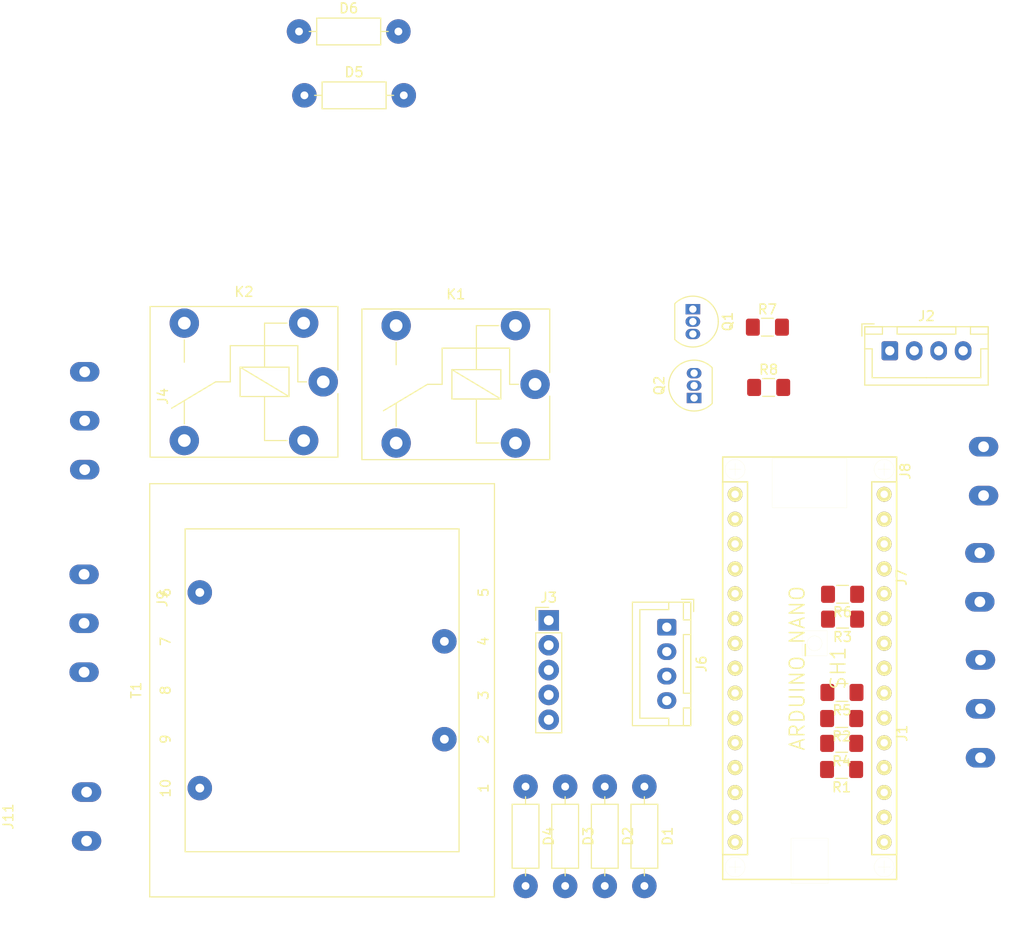
<source format=kicad_pcb>
(kicad_pcb (version 20171130) (host pcbnew "(5.1.5)-3")

  (general
    (thickness 1.6)
    (drawings 41)
    (tracks 0)
    (zones 0)
    (modules 29)
    (nets 42)
  )

  (page A4)
  (layers
    (0 F.Cu signal)
    (31 B.Cu signal)
    (32 B.Adhes user)
    (33 F.Adhes user)
    (34 B.Paste user)
    (35 F.Paste user)
    (36 B.SilkS user)
    (37 F.SilkS user)
    (38 B.Mask user)
    (39 F.Mask user)
    (40 Dwgs.User user)
    (41 Cmts.User user)
    (42 Eco1.User user)
    (43 Eco2.User user)
    (44 Edge.Cuts user)
    (45 Margin user)
    (46 B.CrtYd user)
    (47 F.CrtYd user)
    (48 B.Fab user)
    (49 F.Fab user)
  )

  (setup
    (last_trace_width 0.25)
    (trace_clearance 0.2)
    (zone_clearance 0.508)
    (zone_45_only no)
    (trace_min 0.2)
    (via_size 0.8)
    (via_drill 0.4)
    (via_min_size 0.4)
    (via_min_drill 0.3)
    (uvia_size 0.3)
    (uvia_drill 0.1)
    (uvias_allowed no)
    (uvia_min_size 0.2)
    (uvia_min_drill 0.1)
    (edge_width 0.05)
    (segment_width 0.2)
    (pcb_text_width 0.3)
    (pcb_text_size 1.5 1.5)
    (mod_edge_width 0.12)
    (mod_text_size 1 1)
    (mod_text_width 0.15)
    (pad_size 1.524 1.524)
    (pad_drill 0.762)
    (pad_to_mask_clearance 0.051)
    (solder_mask_min_width 0.25)
    (aux_axis_origin 0 0)
    (visible_elements 7FFFFFFF)
    (pcbplotparams
      (layerselection 0x010fc_ffffffff)
      (usegerberextensions false)
      (usegerberattributes false)
      (usegerberadvancedattributes false)
      (creategerberjobfile false)
      (excludeedgelayer true)
      (linewidth 0.100000)
      (plotframeref false)
      (viasonmask false)
      (mode 1)
      (useauxorigin false)
      (hpglpennumber 1)
      (hpglpenspeed 20)
      (hpglpendiameter 15.000000)
      (psnegative false)
      (psa4output false)
      (plotreference true)
      (plotvalue true)
      (plotinvisibletext false)
      (padsonsilk false)
      (subtractmaskfromsilk false)
      (outputformat 1)
      (mirror false)
      (drillshape 1)
      (scaleselection 1)
      (outputdirectory ""))
  )

  (net 0 "")
  (net 1 GND)
  (net 2 +12V)
  (net 3 +5V)
  (net 4 A1)
  (net 5 A0)
  (net 6 A5)
  (net 7 A4)
  (net 8 4)
  (net 9 5)
  (net 10 6)
  (net 11 7)
  (net 12 8)
  (net 13 2)
  (net 14 3)
  (net 15 A2)
  (net 16 A3)
  (net 17 A7)
  (net 18 A6)
  (net 19 "Net-(SH1-PadRST1)")
  (net 20 "Net-(SH1-PadRST2)")
  (net 21 "Net-(SH1-PadAREF)")
  (net 22 "Net-(SH1-Pad3V3)")
  (net 23 AC)
  (net 24 GNDA)
  (net 25 LINE)
  (net 26 NEUT)
  (net 27 "Net-(D5-Pad1)")
  (net 28 "Net-(D6-Pad1)")
  (net 29 Nc2)
  (net 30 No2)
  (net 31 No1)
  (net 32 Nc1)
  (net 33 "Net-(Q1-Pad2)")
  (net 34 "Net-(Q2-Pad2)")
  (net 35 "Net-(SH1-Pad1)")
  (net 36 "Net-(SH1-Pad0)")
  (net 37 "Net-(SH1-Pad9)")
  (net 38 "Net-(SH1-Pad10)")
  (net 39 "Net-(SH1-Pad11)")
  (net 40 "Net-(SH1-Pad12)")
  (net 41 "Net-(SH1-Pad13)")

  (net_class Default "Ceci est la Netclass par défaut."
    (clearance 0.2)
    (trace_width 0.25)
    (via_dia 0.8)
    (via_drill 0.4)
    (uvia_dia 0.3)
    (uvia_drill 0.1)
    (add_net +12V)
    (add_net +5V)
    (add_net 2)
    (add_net 3)
    (add_net 4)
    (add_net 5)
    (add_net 6)
    (add_net 7)
    (add_net 8)
    (add_net A0)
    (add_net A1)
    (add_net A2)
    (add_net A3)
    (add_net A4)
    (add_net A5)
    (add_net A6)
    (add_net A7)
    (add_net AC)
    (add_net GND)
    (add_net GNDA)
    (add_net LINE)
    (add_net NEUT)
    (add_net Nc1)
    (add_net Nc2)
    (add_net "Net-(D5-Pad1)")
    (add_net "Net-(D6-Pad1)")
    (add_net "Net-(Q1-Pad2)")
    (add_net "Net-(Q2-Pad2)")
    (add_net "Net-(SH1-Pad0)")
    (add_net "Net-(SH1-Pad1)")
    (add_net "Net-(SH1-Pad10)")
    (add_net "Net-(SH1-Pad11)")
    (add_net "Net-(SH1-Pad12)")
    (add_net "Net-(SH1-Pad13)")
    (add_net "Net-(SH1-Pad3V3)")
    (add_net "Net-(SH1-Pad9)")
    (add_net "Net-(SH1-PadAREF)")
    (add_net "Net-(SH1-PadRST1)")
    (add_net "Net-(SH1-PadRST2)")
    (add_net No1)
    (add_net No2)
  )

  (module Nicolas:ARDUINO_NANO_2_CONTOUR (layer F.Cu) (tedit 547AF5D3) (tstamp 5F87D419)
    (at 78.1685 -27.813)
    (path /5EFB95B4)
    (fp_text reference SH1 (at 2.921 0 90) (layer F.SilkS)
      (effects (font (size 1.5 1.5) (thickness 0.15)))
    )
    (fp_text value ARDUINO_NANO (at -1.27 0 90) (layer F.SilkS)
      (effects (font (size 1.5 1.5) (thickness 0.15)))
    )
    (fp_line (start -1.905 21.971) (end -1.905 17.399) (layer F.SilkS) (width 0.01))
    (fp_line (start -1.905 17.399) (end 1.905 17.399) (layer F.SilkS) (width 0.01))
    (fp_line (start 1.905 17.399) (end 1.905 21.971) (layer F.SilkS) (width 0.01))
    (fp_line (start 1.905 21.971) (end -1.905 21.971) (layer F.SilkS) (width 0.01))
    (fp_line (start -0.762 -1.27) (end 1.778 -1.27) (layer F.SilkS) (width 0.01))
    (fp_line (start 1.778 -1.27) (end 1.778 -3.81) (layer F.SilkS) (width 0.01))
    (fp_line (start 1.778 -3.81) (end -0.762 -3.81) (layer F.SilkS) (width 0.01))
    (fp_line (start -0.762 -3.81) (end -0.762 -1.27) (layer F.SilkS) (width 0.01))
    (fp_circle (center 0.508 -2.54) (end -0.254 -2.54) (layer F.SilkS) (width 0.01))
    (fp_line (start -3.81 -21.463) (end 3.81 -21.463) (layer F.SilkS) (width 0.01))
    (fp_line (start 3.81 -21.463) (end 3.81 -16.383) (layer F.SilkS) (width 0.01))
    (fp_line (start 3.81 -16.383) (end -3.81 -16.383) (layer F.SilkS) (width 0.01))
    (fp_line (start -3.81 -16.383) (end -3.81 -21.463) (layer F.SilkS) (width 0.01))
    (fp_line (start -8.89 21.59) (end 8.89 21.59) (layer F.SilkS) (width 0.15))
    (fp_line (start 8.89 21.59) (end 8.89 -21.59) (layer F.SilkS) (width 0.15))
    (fp_line (start 8.89 -21.59) (end -8.89 -21.59) (layer F.SilkS) (width 0.15))
    (fp_line (start -8.89 -21.59) (end -8.89 21.59) (layer F.SilkS) (width 0.15))
    (fp_line (start 6.985 20.32) (end 8.255 20.32) (layer F.SilkS) (width 0.01))
    (fp_line (start 7.62 19.685) (end 7.62 20.955) (layer F.SilkS) (width 0.01))
    (fp_line (start -8.255 20.32) (end -6.985 20.32) (layer F.SilkS) (width 0.01))
    (fp_line (start -7.62 19.685) (end -7.62 20.955) (layer F.SilkS) (width 0.01))
    (fp_line (start 6.985 -20.32) (end 8.255 -20.32) (layer F.SilkS) (width 0.01))
    (fp_line (start 7.62 -20.955) (end 7.62 -19.685) (layer F.SilkS) (width 0.01))
    (fp_line (start -8.255 -20.32) (end -6.985 -20.32) (layer F.SilkS) (width 0.01))
    (fp_line (start -7.62 -20.955) (end -7.62 -19.685) (layer F.SilkS) (width 0.01))
    (fp_line (start -8.89 19.05) (end -6.35 19.05) (layer F.SilkS) (width 0.15))
    (fp_line (start -6.35 19.05) (end -6.35 -19.05) (layer F.SilkS) (width 0.15))
    (fp_line (start -6.35 -19.05) (end -8.89 -19.05) (layer F.SilkS) (width 0.15))
    (fp_line (start -8.89 -19.05) (end -8.89 19.05) (layer F.SilkS) (width 0.15))
    (fp_line (start 6.35 -19.05) (end 8.89 -19.05) (layer F.SilkS) (width 0.15))
    (fp_line (start 8.89 -19.05) (end 8.89 19.05) (layer F.SilkS) (width 0.15))
    (fp_line (start 8.89 19.05) (end 6.35 19.05) (layer F.SilkS) (width 0.15))
    (fp_line (start 6.35 19.05) (end 6.35 -19.05) (layer F.SilkS) (width 0.15))
    (fp_circle (center 7.62 20.32) (end 8.636 20.32) (layer F.SilkS) (width 0.01))
    (fp_circle (center -7.62 20.32) (end -6.604 20.32) (layer F.SilkS) (width 0.01))
    (fp_circle (center -7.62 -20.32) (end -6.604 -20.32) (layer F.SilkS) (width 0.01))
    (fp_circle (center 7.62 -20.32) (end 8.636 -20.32) (layer F.SilkS) (width 0.01))
    (pad 1 thru_hole circle (at -7.62 -17.78) (size 1.524 1.524) (drill 0.762) (layers *.Cu *.Mask F.SilkS)
      (net 35 "Net-(SH1-Pad1)"))
    (pad 0 thru_hole circle (at -7.62 -15.24) (size 1.524 1.524) (drill 0.762) (layers *.Cu *.Mask F.SilkS)
      (net 36 "Net-(SH1-Pad0)"))
    (pad RST1 thru_hole circle (at -7.62 -12.7) (size 1.524 1.524) (drill 0.762) (layers *.Cu *.Mask F.SilkS)
      (net 19 "Net-(SH1-PadRST1)"))
    (pad GND1 thru_hole circle (at -7.62 -10.16) (size 1.524 1.524) (drill 0.762) (layers *.Cu *.Mask F.SilkS)
      (net 1 GND))
    (pad 2 thru_hole circle (at -7.62 -7.62) (size 1.524 1.524) (drill 0.762) (layers *.Cu *.Mask F.SilkS)
      (net 13 2))
    (pad 3 thru_hole circle (at -7.62 -5.08) (size 1.524 1.524) (drill 0.762) (layers *.Cu *.Mask F.SilkS)
      (net 14 3))
    (pad 4 thru_hole circle (at -7.62 -2.54) (size 1.524 1.524) (drill 0.762) (layers *.Cu *.Mask F.SilkS)
      (net 8 4))
    (pad 5 thru_hole circle (at -7.62 0) (size 1.524 1.524) (drill 0.762) (layers *.Cu *.Mask F.SilkS)
      (net 9 5))
    (pad 6 thru_hole circle (at -7.62 2.54) (size 1.524 1.524) (drill 0.762) (layers *.Cu *.Mask F.SilkS)
      (net 10 6))
    (pad 7 thru_hole circle (at -7.62 5.08) (size 1.524 1.524) (drill 0.762) (layers *.Cu *.Mask F.SilkS)
      (net 11 7))
    (pad 8 thru_hole circle (at -7.62 7.62) (size 1.524 1.524) (drill 0.762) (layers *.Cu *.Mask F.SilkS)
      (net 12 8))
    (pad 9 thru_hole circle (at -7.62 10.16) (size 1.524 1.524) (drill 0.762) (layers *.Cu *.Mask F.SilkS)
      (net 37 "Net-(SH1-Pad9)"))
    (pad 10 thru_hole circle (at -7.62 12.7) (size 1.524 1.524) (drill 0.762) (layers *.Cu *.Mask F.SilkS)
      (net 38 "Net-(SH1-Pad10)"))
    (pad 11 thru_hole circle (at -7.62 15.24) (size 1.524 1.524) (drill 0.762) (layers *.Cu *.Mask F.SilkS)
      (net 39 "Net-(SH1-Pad11)"))
    (pad 12 thru_hole circle (at -7.62 17.78) (size 1.524 1.524) (drill 0.762) (layers *.Cu *.Mask F.SilkS)
      (net 40 "Net-(SH1-Pad12)"))
    (pad VIN thru_hole circle (at 7.62 -17.78) (size 1.524 1.524) (drill 0.762) (layers *.Cu *.Mask F.SilkS)
      (net 2 +12V))
    (pad GND2 thru_hole circle (at 7.62 -15.24) (size 1.524 1.524) (drill 0.762) (layers *.Cu *.Mask F.SilkS)
      (net 1 GND))
    (pad RST2 thru_hole circle (at 7.62 -12.7) (size 1.524 1.524) (drill 0.762) (layers *.Cu *.Mask F.SilkS)
      (net 20 "Net-(SH1-PadRST2)"))
    (pad 5V thru_hole circle (at 7.62 -10.16) (size 1.524 1.524) (drill 0.762) (layers *.Cu *.Mask F.SilkS)
      (net 3 +5V))
    (pad A0 thru_hole circle (at 7.62 10.16) (size 1.524 1.524) (drill 0.762) (layers *.Cu *.Mask F.SilkS)
      (net 5 A0))
    (pad A1 thru_hole circle (at 7.62 7.62) (size 1.524 1.524) (drill 0.762) (layers *.Cu *.Mask F.SilkS)
      (net 4 A1))
    (pad A2 thru_hole circle (at 7.62 5.08) (size 1.524 1.524) (drill 0.762) (layers *.Cu *.Mask F.SilkS)
      (net 15 A2))
    (pad A3 thru_hole circle (at 7.62 2.54) (size 1.524 1.524) (drill 0.762) (layers *.Cu *.Mask F.SilkS)
      (net 16 A3))
    (pad A4 thru_hole circle (at 7.62 0) (size 1.524 1.524) (drill 0.762) (layers *.Cu *.Mask F.SilkS)
      (net 7 A4))
    (pad A5 thru_hole circle (at 7.62 -2.54) (size 1.524 1.524) (drill 0.762) (layers *.Cu *.Mask F.SilkS)
      (net 6 A5))
    (pad A6 thru_hole circle (at 7.62 -5.08) (size 1.524 1.524) (drill 0.762) (layers *.Cu *.Mask F.SilkS)
      (net 18 A6))
    (pad A7 thru_hole circle (at 7.62 -7.62) (size 1.524 1.524) (drill 0.762) (layers *.Cu *.Mask F.SilkS)
      (net 17 A7))
    (pad AREF thru_hole circle (at 7.62 12.7) (size 1.524 1.524) (drill 0.762) (layers *.Cu *.Mask F.SilkS)
      (net 21 "Net-(SH1-PadAREF)"))
    (pad 3V3 thru_hole circle (at 7.62 15.24) (size 1.524 1.524) (drill 0.762) (layers *.Cu *.Mask F.SilkS)
      (net 22 "Net-(SH1-Pad3V3)"))
    (pad 13 thru_hole circle (at 7.62 17.78) (size 1.524 1.524) (drill 0.762) (layers *.Cu *.Mask F.SilkS)
      (net 41 "Net-(SH1-Pad13)"))
  )

  (module Nicolas:Bornier_2p_5mm_chinois (layer F.Cu) (tedit 5B5B012D) (tstamp 5F3BD6A5)
    (at 95.5675 -34.0995 90)
    (path /5F1A2D79)
    (fp_text reference J7 (at 3 -8 90) (layer F.SilkS)
      (effects (font (size 1 1) (thickness 0.15)))
    )
    (fp_text value "conn pin eau" (at 2 -6 90) (layer F.Fab)
      (effects (font (size 1 1) (thickness 0.15)))
    )
    (fp_line (start -2 4) (end 8 4) (layer F.Fab) (width 0.15))
    (fp_line (start 8 4) (end 8 -4) (layer F.Fab) (width 0.15))
    (fp_line (start 8 -4) (end -2 -4) (layer F.Fab) (width 0.15))
    (fp_line (start -2 -3) (end -2 -4) (layer F.Fab) (width 0.15))
    (fp_line (start -2 0) (end -2 4) (layer F.Fab) (width 0.15))
    (fp_line (start -2 -3) (end -2 0) (layer F.Fab) (width 0.15))
    (pad 1 thru_hole oval (at 0.5 0 90) (size 2 3) (drill 1.1) (layers *.Cu *.Mask)
      (net 15 A2))
    (pad 2 thru_hole oval (at 5.5 0 90) (size 2 3) (drill 1.1) (layers *.Cu *.Mask)
      (net 16 A3))
  )

  (module Nicolas:Bornier_2p_5mm_chinois (layer F.Cu) (tedit 5B5B012D) (tstamp 5F3BD6B1)
    (at 95.9485 -44.958 90)
    (path /5F1A3FA2)
    (fp_text reference J8 (at 3 -8 90) (layer F.SilkS)
      (effects (font (size 1 1) (thickness 0.15)))
    )
    (fp_text value "conn pin eau" (at 2 -6 90) (layer F.Fab)
      (effects (font (size 1 1) (thickness 0.15)))
    )
    (fp_line (start -2 -3) (end -2 0) (layer F.Fab) (width 0.15))
    (fp_line (start -2 0) (end -2 4) (layer F.Fab) (width 0.15))
    (fp_line (start -2 -3) (end -2 -4) (layer F.Fab) (width 0.15))
    (fp_line (start 8 -4) (end -2 -4) (layer F.Fab) (width 0.15))
    (fp_line (start 8 4) (end 8 -4) (layer F.Fab) (width 0.15))
    (fp_line (start -2 4) (end 8 4) (layer F.Fab) (width 0.15))
    (pad 2 thru_hole oval (at 5.5 0 90) (size 2 3) (drill 1.1) (layers *.Cu *.Mask)
      (net 17 A7))
    (pad 1 thru_hole oval (at 0.5 0 90) (size 2 3) (drill 1.1) (layers *.Cu *.Mask)
      (net 18 A6))
  )

  (module Nicolas:Bornier_3p_5mm_chinois (layer F.Cu) (tedit 5B5B0199) (tstamp 5F3BD61C)
    (at 95.631 -18.161 90)
    (path /5F1A0F76)
    (fp_text reference J1 (at 3 -8 90) (layer F.SilkS)
      (effects (font (size 1 1) (thickness 0.15)))
    )
    (fp_text value "conn pin eau" (at 2 -6 90) (layer F.Fab)
      (effects (font (size 1 1) (thickness 0.15)))
    )
    (fp_line (start -2 4) (end 13 4) (layer F.Fab) (width 0.15))
    (fp_line (start 13 4) (end 13 -4) (layer F.Fab) (width 0.15))
    (fp_line (start 13 -4) (end -2 -4) (layer F.Fab) (width 0.15))
    (fp_line (start -2 -3) (end -2 -4) (layer F.Fab) (width 0.15))
    (fp_line (start -2 0) (end -2 4) (layer F.Fab) (width 0.15))
    (fp_line (start -2 -3) (end -2 0) (layer F.Fab) (width 0.15))
    (pad 3 thru_hole oval (at 10.5 0 90) (size 2 3) (drill 1.1) (layers *.Cu *.Mask)
      (net 4 A1))
    (pad 1 thru_hole oval (at 0.5 0 90) (size 2 3) (drill 1.1) (layers *.Cu *.Mask)
      (net 3 +5V))
    (pad 2 thru_hole oval (at 5.5 0 90) (size 2 3) (drill 1.1) (layers *.Cu *.Mask)
      (net 5 A0))
  )

  (module Nicolas:R_L6.3mm_D2.5mm_P10.16mm_Horizontal_PCB (layer F.Cu) (tedit 5D20B6CF) (tstamp 5FAC2E60)
    (at 61.276499 -15.7155 270)
    (descr "Resistor, Axial_DIN0207 series, Axial, Horizontal, pin pitch=10.16mm, 0.25W = 1/4W, length*diameter=6.3*2.5mm^2, http://cdn-reichelt.de/documents/datenblatt/B400/1_4W%23YAG.pdf")
    (tags "Resistor Axial_DIN0207 series Axial Horizontal pin pitch 10.16mm 0.25W = 1/4W length 6.3mm diameter 2.5mm")
    (path /5FAC9532)
    (fp_text reference D1 (at 5.08 -2.37 90) (layer F.SilkS)
      (effects (font (size 1 1) (thickness 0.15)))
    )
    (fp_text value DIODE (at 5.08 2.37 90) (layer F.Fab)
      (effects (font (size 1 1) (thickness 0.15)))
    )
    (fp_text user %R (at 5.42 0 90) (layer F.Fab)
      (effects (font (size 1 1) (thickness 0.15)))
    )
    (fp_line (start 11.21 -1.5) (end -1.05 -1.5) (layer F.CrtYd) (width 0.05))
    (fp_line (start 11.21 1.5) (end 11.21 -1.5) (layer F.CrtYd) (width 0.05))
    (fp_line (start -1.05 1.5) (end 11.21 1.5) (layer F.CrtYd) (width 0.05))
    (fp_line (start -1.05 -1.5) (end -1.05 1.5) (layer F.CrtYd) (width 0.05))
    (fp_line (start 9.12 0) (end 8.35 0) (layer F.SilkS) (width 0.12))
    (fp_line (start 1.04 0) (end 1.81 0) (layer F.SilkS) (width 0.12))
    (fp_line (start 8.35 -1.37) (end 1.81 -1.37) (layer F.SilkS) (width 0.12))
    (fp_line (start 8.35 1.37) (end 8.35 -1.37) (layer F.SilkS) (width 0.12))
    (fp_line (start 1.81 1.37) (end 8.35 1.37) (layer F.SilkS) (width 0.12))
    (fp_line (start 1.81 -1.37) (end 1.81 1.37) (layer F.SilkS) (width 0.12))
    (fp_line (start 10.16 0) (end 8.23 0) (layer F.Fab) (width 0.1))
    (fp_line (start 0 0) (end 1.93 0) (layer F.Fab) (width 0.1))
    (fp_line (start 8.23 -1.25) (end 1.93 -1.25) (layer F.Fab) (width 0.1))
    (fp_line (start 8.23 1.25) (end 8.23 -1.25) (layer F.Fab) (width 0.1))
    (fp_line (start 1.93 1.25) (end 8.23 1.25) (layer F.Fab) (width 0.1))
    (fp_line (start 1.93 -1.25) (end 1.93 1.25) (layer F.Fab) (width 0.1))
    (pad 2 thru_hole circle (at 10.16 0 270) (size 2.5 2.5) (drill 0.8) (layers *.Cu *.Mask)
      (net 23 AC))
    (pad 1 thru_hole circle (at 0 0 270) (size 2.5 2.5) (drill 0.8) (layers *.Cu *.Mask)
      (net 1 GND))
    (model ${KISYS3DMOD}/Resistor_THT.3dshapes/R_Axial_DIN0207_L6.3mm_D2.5mm_P10.16mm_Horizontal.wrl
      (at (xyz 0 0 0))
      (scale (xyz 1 1 1))
      (rotate (xyz 0 0 0))
    )
  )

  (module Nicolas:R_L6.3mm_D2.5mm_P10.16mm_Horizontal_PCB (layer F.Cu) (tedit 5D20B6CF) (tstamp 5FAC2E77)
    (at 57.226499 -15.7155 270)
    (descr "Resistor, Axial_DIN0207 series, Axial, Horizontal, pin pitch=10.16mm, 0.25W = 1/4W, length*diameter=6.3*2.5mm^2, http://cdn-reichelt.de/documents/datenblatt/B400/1_4W%23YAG.pdf")
    (tags "Resistor Axial_DIN0207 series Axial Horizontal pin pitch 10.16mm 0.25W = 1/4W length 6.3mm diameter 2.5mm")
    (path /5FACB3F0)
    (fp_text reference D2 (at 5.08 -2.37 90) (layer F.SilkS)
      (effects (font (size 1 1) (thickness 0.15)))
    )
    (fp_text value DIODE (at 5.08 2.37 90) (layer F.Fab)
      (effects (font (size 1 1) (thickness 0.15)))
    )
    (fp_text user %R (at 5.42 0 90) (layer F.Fab)
      (effects (font (size 1 1) (thickness 0.15)))
    )
    (fp_line (start 11.21 -1.5) (end -1.05 -1.5) (layer F.CrtYd) (width 0.05))
    (fp_line (start 11.21 1.5) (end 11.21 -1.5) (layer F.CrtYd) (width 0.05))
    (fp_line (start -1.05 1.5) (end 11.21 1.5) (layer F.CrtYd) (width 0.05))
    (fp_line (start -1.05 -1.5) (end -1.05 1.5) (layer F.CrtYd) (width 0.05))
    (fp_line (start 9.12 0) (end 8.35 0) (layer F.SilkS) (width 0.12))
    (fp_line (start 1.04 0) (end 1.81 0) (layer F.SilkS) (width 0.12))
    (fp_line (start 8.35 -1.37) (end 1.81 -1.37) (layer F.SilkS) (width 0.12))
    (fp_line (start 8.35 1.37) (end 8.35 -1.37) (layer F.SilkS) (width 0.12))
    (fp_line (start 1.81 1.37) (end 8.35 1.37) (layer F.SilkS) (width 0.12))
    (fp_line (start 1.81 -1.37) (end 1.81 1.37) (layer F.SilkS) (width 0.12))
    (fp_line (start 10.16 0) (end 8.23 0) (layer F.Fab) (width 0.1))
    (fp_line (start 0 0) (end 1.93 0) (layer F.Fab) (width 0.1))
    (fp_line (start 8.23 -1.25) (end 1.93 -1.25) (layer F.Fab) (width 0.1))
    (fp_line (start 8.23 1.25) (end 8.23 -1.25) (layer F.Fab) (width 0.1))
    (fp_line (start 1.93 1.25) (end 8.23 1.25) (layer F.Fab) (width 0.1))
    (fp_line (start 1.93 -1.25) (end 1.93 1.25) (layer F.Fab) (width 0.1))
    (pad 2 thru_hole circle (at 10.16 0 270) (size 2.5 2.5) (drill 0.8) (layers *.Cu *.Mask)
      (net 24 GNDA))
    (pad 1 thru_hole circle (at 0 0 270) (size 2.5 2.5) (drill 0.8) (layers *.Cu *.Mask)
      (net 1 GND))
    (model ${KISYS3DMOD}/Resistor_THT.3dshapes/R_Axial_DIN0207_L6.3mm_D2.5mm_P10.16mm_Horizontal.wrl
      (at (xyz 0 0 0))
      (scale (xyz 1 1 1))
      (rotate (xyz 0 0 0))
    )
  )

  (module Nicolas:R_L6.3mm_D2.5mm_P10.16mm_Horizontal_PCB (layer F.Cu) (tedit 5D20B6CF) (tstamp 5FAC2E8E)
    (at 53.176499 -15.7155 270)
    (descr "Resistor, Axial_DIN0207 series, Axial, Horizontal, pin pitch=10.16mm, 0.25W = 1/4W, length*diameter=6.3*2.5mm^2, http://cdn-reichelt.de/documents/datenblatt/B400/1_4W%23YAG.pdf")
    (tags "Resistor Axial_DIN0207 series Axial Horizontal pin pitch 10.16mm 0.25W = 1/4W length 6.3mm diameter 2.5mm")
    (path /5FACA6E8)
    (fp_text reference D3 (at 5.08 -2.37 90) (layer F.SilkS)
      (effects (font (size 1 1) (thickness 0.15)))
    )
    (fp_text value DIODE (at 5.08 2.37 90) (layer F.Fab)
      (effects (font (size 1 1) (thickness 0.15)))
    )
    (fp_line (start 1.93 -1.25) (end 1.93 1.25) (layer F.Fab) (width 0.1))
    (fp_line (start 1.93 1.25) (end 8.23 1.25) (layer F.Fab) (width 0.1))
    (fp_line (start 8.23 1.25) (end 8.23 -1.25) (layer F.Fab) (width 0.1))
    (fp_line (start 8.23 -1.25) (end 1.93 -1.25) (layer F.Fab) (width 0.1))
    (fp_line (start 0 0) (end 1.93 0) (layer F.Fab) (width 0.1))
    (fp_line (start 10.16 0) (end 8.23 0) (layer F.Fab) (width 0.1))
    (fp_line (start 1.81 -1.37) (end 1.81 1.37) (layer F.SilkS) (width 0.12))
    (fp_line (start 1.81 1.37) (end 8.35 1.37) (layer F.SilkS) (width 0.12))
    (fp_line (start 8.35 1.37) (end 8.35 -1.37) (layer F.SilkS) (width 0.12))
    (fp_line (start 8.35 -1.37) (end 1.81 -1.37) (layer F.SilkS) (width 0.12))
    (fp_line (start 1.04 0) (end 1.81 0) (layer F.SilkS) (width 0.12))
    (fp_line (start 9.12 0) (end 8.35 0) (layer F.SilkS) (width 0.12))
    (fp_line (start -1.05 -1.5) (end -1.05 1.5) (layer F.CrtYd) (width 0.05))
    (fp_line (start -1.05 1.5) (end 11.21 1.5) (layer F.CrtYd) (width 0.05))
    (fp_line (start 11.21 1.5) (end 11.21 -1.5) (layer F.CrtYd) (width 0.05))
    (fp_line (start 11.21 -1.5) (end -1.05 -1.5) (layer F.CrtYd) (width 0.05))
    (fp_text user %R (at 5.42 0 90) (layer F.Fab)
      (effects (font (size 1 1) (thickness 0.15)))
    )
    (pad 1 thru_hole circle (at 0 0 270) (size 2.5 2.5) (drill 0.8) (layers *.Cu *.Mask)
      (net 23 AC))
    (pad 2 thru_hole circle (at 10.16 0 270) (size 2.5 2.5) (drill 0.8) (layers *.Cu *.Mask)
      (net 2 +12V))
    (model ${KISYS3DMOD}/Resistor_THT.3dshapes/R_Axial_DIN0207_L6.3mm_D2.5mm_P10.16mm_Horizontal.wrl
      (at (xyz 0 0 0))
      (scale (xyz 1 1 1))
      (rotate (xyz 0 0 0))
    )
  )

  (module Nicolas:R_L6.3mm_D2.5mm_P10.16mm_Horizontal_PCB (layer F.Cu) (tedit 5D20B6CF) (tstamp 5FAC2EA5)
    (at 49.126499 -15.7155 270)
    (descr "Resistor, Axial_DIN0207 series, Axial, Horizontal, pin pitch=10.16mm, 0.25W = 1/4W, length*diameter=6.3*2.5mm^2, http://cdn-reichelt.de/documents/datenblatt/B400/1_4W%23YAG.pdf")
    (tags "Resistor Axial_DIN0207 series Axial Horizontal pin pitch 10.16mm 0.25W = 1/4W length 6.3mm diameter 2.5mm")
    (path /5FACBAC3)
    (fp_text reference D4 (at 5.08 -2.37 90) (layer F.SilkS)
      (effects (font (size 1 1) (thickness 0.15)))
    )
    (fp_text value DIODE (at 5.08 2.37 90) (layer F.Fab)
      (effects (font (size 1 1) (thickness 0.15)))
    )
    (fp_line (start 1.93 -1.25) (end 1.93 1.25) (layer F.Fab) (width 0.1))
    (fp_line (start 1.93 1.25) (end 8.23 1.25) (layer F.Fab) (width 0.1))
    (fp_line (start 8.23 1.25) (end 8.23 -1.25) (layer F.Fab) (width 0.1))
    (fp_line (start 8.23 -1.25) (end 1.93 -1.25) (layer F.Fab) (width 0.1))
    (fp_line (start 0 0) (end 1.93 0) (layer F.Fab) (width 0.1))
    (fp_line (start 10.16 0) (end 8.23 0) (layer F.Fab) (width 0.1))
    (fp_line (start 1.81 -1.37) (end 1.81 1.37) (layer F.SilkS) (width 0.12))
    (fp_line (start 1.81 1.37) (end 8.35 1.37) (layer F.SilkS) (width 0.12))
    (fp_line (start 8.35 1.37) (end 8.35 -1.37) (layer F.SilkS) (width 0.12))
    (fp_line (start 8.35 -1.37) (end 1.81 -1.37) (layer F.SilkS) (width 0.12))
    (fp_line (start 1.04 0) (end 1.81 0) (layer F.SilkS) (width 0.12))
    (fp_line (start 9.12 0) (end 8.35 0) (layer F.SilkS) (width 0.12))
    (fp_line (start -1.05 -1.5) (end -1.05 1.5) (layer F.CrtYd) (width 0.05))
    (fp_line (start -1.05 1.5) (end 11.21 1.5) (layer F.CrtYd) (width 0.05))
    (fp_line (start 11.21 1.5) (end 11.21 -1.5) (layer F.CrtYd) (width 0.05))
    (fp_line (start 11.21 -1.5) (end -1.05 -1.5) (layer F.CrtYd) (width 0.05))
    (fp_text user %R (at 5.42 0 90) (layer F.Fab)
      (effects (font (size 1 1) (thickness 0.15)))
    )
    (pad 1 thru_hole circle (at 0 0 270) (size 2.5 2.5) (drill 0.8) (layers *.Cu *.Mask)
      (net 24 GNDA))
    (pad 2 thru_hole circle (at 10.16 0 270) (size 2.5 2.5) (drill 0.8) (layers *.Cu *.Mask)
      (net 2 +12V))
    (model ${KISYS3DMOD}/Resistor_THT.3dshapes/R_Axial_DIN0207_L6.3mm_D2.5mm_P10.16mm_Horizontal.wrl
      (at (xyz 0 0 0))
      (scale (xyz 1 1 1))
      (rotate (xyz 0 0 0))
    )
  )

  (module Nicolas:Bornier_2p_5mm_chinois (layer F.Cu) (tedit 5B5B012D) (tstamp 5FAC2EC9)
    (at 4.2545 -9.652 90)
    (path /5FAF317E)
    (fp_text reference J11 (at 3 -8 90) (layer F.SilkS)
      (effects (font (size 1 1) (thickness 0.15)))
    )
    (fp_text value "bornier alim 220v" (at 2 -6 90) (layer F.Fab)
      (effects (font (size 1 1) (thickness 0.15)))
    )
    (fp_line (start -2 4) (end 8 4) (layer F.Fab) (width 0.15))
    (fp_line (start 8 4) (end 8 -4) (layer F.Fab) (width 0.15))
    (fp_line (start 8 -4) (end -2 -4) (layer F.Fab) (width 0.15))
    (fp_line (start -2 -3) (end -2 -4) (layer F.Fab) (width 0.15))
    (fp_line (start -2 0) (end -2 4) (layer F.Fab) (width 0.15))
    (fp_line (start -2 -3) (end -2 0) (layer F.Fab) (width 0.15))
    (pad 1 thru_hole oval (at 0.5 0 90) (size 2 3) (drill 1.1) (layers *.Cu *.Mask)
      (net 25 LINE))
    (pad 2 thru_hole oval (at 5.5 0 90) (size 2 3) (drill 1.1) (layers *.Cu *.Mask)
      (net 26 NEUT))
  )

  (module Nicolas:Transformer_Breve_TEZ-35x42 (layer F.Cu) (tedit 5FB10B7B) (tstamp 5FB10F0C)
    (at 40.8305 -15.5575 90)
    (descr http://www.breve.pl/pdf/ANG/TEZ_ang.pdf)
    (tags "TEZ PCB Transformer")
    (path /5FAAD2DD)
    (fp_text reference T1 (at 10 -31.5 90) (layer F.SilkS)
      (effects (font (size 1 1) (thickness 0.15)))
    )
    (fp_text value Transformer_1P_1S (at 10 -11 90) (layer F.Fab)
      (effects (font (size 1 1) (thickness 0.15)))
    )
    (fp_text user 10 (at 0 -28.5 90) (layer F.SilkS)
      (effects (font (size 1 1) (thickness 0.15)))
    )
    (fp_text user 9 (at 5 -28.5 90) (layer F.SilkS)
      (effects (font (size 1 1) (thickness 0.15)))
    )
    (fp_text user 8 (at 10 -28.5 90) (layer F.SilkS)
      (effects (font (size 1 1) (thickness 0.15)))
    )
    (fp_text user 7 (at 15 -28.5 90) (layer F.SilkS)
      (effects (font (size 1 1) (thickness 0.15)))
    )
    (fp_text user 6 (at 20 -28.5 90) (layer F.SilkS)
      (effects (font (size 1 1) (thickness 0.15)))
    )
    (fp_text user 5 (at 20 4 90) (layer F.SilkS)
      (effects (font (size 1 1) (thickness 0.15)))
    )
    (fp_text user 4 (at 15 4 90) (layer F.SilkS)
      (effects (font (size 1 1) (thickness 0.15)))
    )
    (fp_text user 3 (at 9.5 4 90) (layer F.SilkS)
      (effects (font (size 1 1) (thickness 0.15)))
    )
    (fp_text user 2 (at 5 4 90) (layer F.SilkS)
      (effects (font (size 1 1) (thickness 0.15)))
    )
    (fp_text user 1 (at 0 4 90) (layer F.SilkS)
      (effects (font (size 1 1) (thickness 0.15)))
    )
    (fp_text user %R (at 10 -12.5 90) (layer F.Fab)
      (effects (font (size 1 1) (thickness 0.15)))
    )
    (fp_line (start -6.5 -26.5) (end -6.5 1.5) (layer F.Fab) (width 0.1))
    (fp_line (start -6.5 1.5) (end 26.5 1.5) (layer F.Fab) (width 0.1))
    (fp_line (start 26.5 1.5) (end 26.5 -26.5) (layer F.Fab) (width 0.1))
    (fp_line (start 26.5 -26.5) (end -6.5 -26.5) (layer F.Fab) (width 0.1))
    (fp_line (start -6.5 -26.5) (end 26.5 -26.5) (layer F.SilkS) (width 0.12))
    (fp_line (start 26.5 -26.5) (end 26.5 1.5) (layer F.SilkS) (width 0.12))
    (fp_line (start 26.5 1.5) (end -6.5 1.5) (layer F.SilkS) (width 0.12))
    (fp_line (start -6.5 1.5) (end -6.5 -26.5) (layer F.SilkS) (width 0.12))
    (fp_line (start -11 -30) (end 31 -30) (layer F.Fab) (width 0.1))
    (fp_line (start 31 -30) (end 31 5) (layer F.Fab) (width 0.1))
    (fp_line (start 31 5) (end -11 5) (layer F.Fab) (width 0.1))
    (fp_line (start -11 5) (end -11 -30) (layer F.Fab) (width 0.1))
    (fp_line (start -11.25 -30.25) (end 31.25 -30.25) (layer F.CrtYd) (width 0.05))
    (fp_line (start -11.25 -30.25) (end -11.25 5.25) (layer F.CrtYd) (width 0.05))
    (fp_line (start 31.25 5.25) (end 31.25 -30.25) (layer F.CrtYd) (width 0.05))
    (fp_line (start 31.25 5.25) (end -11.25 5.25) (layer F.CrtYd) (width 0.05))
    (fp_line (start -11.12 -30.12) (end 31.12 -30.12) (layer F.SilkS) (width 0.12))
    (fp_line (start -11.12 -30.12) (end -11.12 5.12) (layer F.SilkS) (width 0.12))
    (fp_line (start 31.12 5.12) (end 31.12 -30.12) (layer F.SilkS) (width 0.12))
    (fp_line (start 31.12 5.12) (end -11.12 5.12) (layer F.SilkS) (width 0.12))
    (pad 3 thru_hole circle (at 5 0 90) (size 2.5 2.5) (drill 0.9) (layers *.Cu *.Mask)
      (net 24 GNDA))
    (pad 4 thru_hole circle (at 15 0 90) (size 2.5 2.5) (drill 0.9) (layers *.Cu *.Mask)
      (net 23 AC))
    (pad 2 thru_hole circle (at 20 -25 90) (size 2.5 2.5) (drill 0.9) (layers *.Cu *.Mask)
      (net 26 NEUT))
    (pad 1 thru_hole circle (at 0 -25 90) (size 2.5 2.5) (drill 0.9) (layers *.Cu *.Mask)
      (net 25 LINE))
    (model ${KISYS3DMOD}/Transformer_THT.3dshapes/Transformer_Breve_TEZ-35x42.wrl
      (at (xyz 0 0 0))
      (scale (xyz 1 1 1))
      (rotate (xyz 0 0 0))
    )
  )

  (module Nicolas:R_L6.3mm_D2.5mm_P10.16mm_Horizontal_PCB (layer F.Cu) (tedit 5D20B6CF) (tstamp 5FC93976)
    (at 26.523 -86.372999)
    (descr "Resistor, Axial_DIN0207 series, Axial, Horizontal, pin pitch=10.16mm, 0.25W = 1/4W, length*diameter=6.3*2.5mm^2, http://cdn-reichelt.de/documents/datenblatt/B400/1_4W%23YAG.pdf")
    (tags "Resistor Axial_DIN0207 series Axial Horizontal pin pitch 10.16mm 0.25W = 1/4W length 6.3mm diameter 2.5mm")
    (path /5FB16213)
    (fp_text reference D5 (at 5.08 -2.37) (layer F.SilkS)
      (effects (font (size 1 1) (thickness 0.15)))
    )
    (fp_text value DIODE (at 5.08 2.37) (layer F.Fab)
      (effects (font (size 1 1) (thickness 0.15)))
    )
    (fp_text user %R (at 5.42 0) (layer F.Fab)
      (effects (font (size 1 1) (thickness 0.15)))
    )
    (fp_line (start 11.21 -1.5) (end -1.05 -1.5) (layer F.CrtYd) (width 0.05))
    (fp_line (start 11.21 1.5) (end 11.21 -1.5) (layer F.CrtYd) (width 0.05))
    (fp_line (start -1.05 1.5) (end 11.21 1.5) (layer F.CrtYd) (width 0.05))
    (fp_line (start -1.05 -1.5) (end -1.05 1.5) (layer F.CrtYd) (width 0.05))
    (fp_line (start 9.12 0) (end 8.35 0) (layer F.SilkS) (width 0.12))
    (fp_line (start 1.04 0) (end 1.81 0) (layer F.SilkS) (width 0.12))
    (fp_line (start 8.35 -1.37) (end 1.81 -1.37) (layer F.SilkS) (width 0.12))
    (fp_line (start 8.35 1.37) (end 8.35 -1.37) (layer F.SilkS) (width 0.12))
    (fp_line (start 1.81 1.37) (end 8.35 1.37) (layer F.SilkS) (width 0.12))
    (fp_line (start 1.81 -1.37) (end 1.81 1.37) (layer F.SilkS) (width 0.12))
    (fp_line (start 10.16 0) (end 8.23 0) (layer F.Fab) (width 0.1))
    (fp_line (start 0 0) (end 1.93 0) (layer F.Fab) (width 0.1))
    (fp_line (start 8.23 -1.25) (end 1.93 -1.25) (layer F.Fab) (width 0.1))
    (fp_line (start 8.23 1.25) (end 8.23 -1.25) (layer F.Fab) (width 0.1))
    (fp_line (start 1.93 1.25) (end 8.23 1.25) (layer F.Fab) (width 0.1))
    (fp_line (start 1.93 -1.25) (end 1.93 1.25) (layer F.Fab) (width 0.1))
    (pad 2 thru_hole circle (at 10.16 0) (size 2.5 2.5) (drill 0.8) (layers *.Cu *.Mask)
      (net 3 +5V))
    (pad 1 thru_hole circle (at 0 0) (size 2.5 2.5) (drill 0.8) (layers *.Cu *.Mask)
      (net 27 "Net-(D5-Pad1)"))
    (model ${KISYS3DMOD}/Resistor_THT.3dshapes/R_Axial_DIN0207_L6.3mm_D2.5mm_P10.16mm_Horizontal.wrl
      (at (xyz 0 0 0))
      (scale (xyz 1 1 1))
      (rotate (xyz 0 0 0))
    )
  )

  (module Nicolas:R_L6.3mm_D2.5mm_P10.16mm_Horizontal_PCB (layer F.Cu) (tedit 5D20B6CF) (tstamp 5FC9398D)
    (at 25.9715 -92.9005)
    (descr "Resistor, Axial_DIN0207 series, Axial, Horizontal, pin pitch=10.16mm, 0.25W = 1/4W, length*diameter=6.3*2.5mm^2, http://cdn-reichelt.de/documents/datenblatt/B400/1_4W%23YAG.pdf")
    (tags "Resistor Axial_DIN0207 series Axial Horizontal pin pitch 10.16mm 0.25W = 1/4W length 6.3mm diameter 2.5mm")
    (path /5FC9287C)
    (fp_text reference D6 (at 5.08 -2.37) (layer F.SilkS)
      (effects (font (size 1 1) (thickness 0.15)))
    )
    (fp_text value DIODE (at 5.08 2.37) (layer F.Fab)
      (effects (font (size 1 1) (thickness 0.15)))
    )
    (fp_text user %R (at 5.42 0) (layer F.Fab)
      (effects (font (size 1 1) (thickness 0.15)))
    )
    (fp_line (start 11.21 -1.5) (end -1.05 -1.5) (layer F.CrtYd) (width 0.05))
    (fp_line (start 11.21 1.5) (end 11.21 -1.5) (layer F.CrtYd) (width 0.05))
    (fp_line (start -1.05 1.5) (end 11.21 1.5) (layer F.CrtYd) (width 0.05))
    (fp_line (start -1.05 -1.5) (end -1.05 1.5) (layer F.CrtYd) (width 0.05))
    (fp_line (start 9.12 0) (end 8.35 0) (layer F.SilkS) (width 0.12))
    (fp_line (start 1.04 0) (end 1.81 0) (layer F.SilkS) (width 0.12))
    (fp_line (start 8.35 -1.37) (end 1.81 -1.37) (layer F.SilkS) (width 0.12))
    (fp_line (start 8.35 1.37) (end 8.35 -1.37) (layer F.SilkS) (width 0.12))
    (fp_line (start 1.81 1.37) (end 8.35 1.37) (layer F.SilkS) (width 0.12))
    (fp_line (start 1.81 -1.37) (end 1.81 1.37) (layer F.SilkS) (width 0.12))
    (fp_line (start 10.16 0) (end 8.23 0) (layer F.Fab) (width 0.1))
    (fp_line (start 0 0) (end 1.93 0) (layer F.Fab) (width 0.1))
    (fp_line (start 8.23 -1.25) (end 1.93 -1.25) (layer F.Fab) (width 0.1))
    (fp_line (start 8.23 1.25) (end 8.23 -1.25) (layer F.Fab) (width 0.1))
    (fp_line (start 1.93 1.25) (end 8.23 1.25) (layer F.Fab) (width 0.1))
    (fp_line (start 1.93 -1.25) (end 1.93 1.25) (layer F.Fab) (width 0.1))
    (pad 2 thru_hole circle (at 10.16 0) (size 2.5 2.5) (drill 0.8) (layers *.Cu *.Mask)
      (net 3 +5V))
    (pad 1 thru_hole circle (at 0 0) (size 2.5 2.5) (drill 0.8) (layers *.Cu *.Mask)
      (net 28 "Net-(D6-Pad1)"))
    (model ${KISYS3DMOD}/Resistor_THT.3dshapes/R_Axial_DIN0207_L6.3mm_D2.5mm_P10.16mm_Horizontal.wrl
      (at (xyz 0 0 0))
      (scale (xyz 1 1 1))
      (rotate (xyz 0 0 0))
    )
  )

  (module Nicolas:Bornier_3p_5mm_chinois (layer F.Cu) (tedit 5B5B0199) (tstamp 5FC9399A)
    (at 4.064 -58.6105 270)
    (path /5FC9BCDC)
    (fp_text reference J4 (at 3 -8 90) (layer F.SilkS)
      (effects (font (size 1 1) (thickness 0.15)))
    )
    (fp_text value Bornier_Relais_2 (at 2 -6 90) (layer F.Fab)
      (effects (font (size 1 1) (thickness 0.15)))
    )
    (fp_line (start -2 4) (end 13 4) (layer F.Fab) (width 0.15))
    (fp_line (start 13 4) (end 13 -4) (layer F.Fab) (width 0.15))
    (fp_line (start 13 -4) (end -2 -4) (layer F.Fab) (width 0.15))
    (fp_line (start -2 -3) (end -2 -4) (layer F.Fab) (width 0.15))
    (fp_line (start -2 0) (end -2 4) (layer F.Fab) (width 0.15))
    (fp_line (start -2 -3) (end -2 0) (layer F.Fab) (width 0.15))
    (pad 3 thru_hole oval (at 10.5 0 270) (size 2 3) (drill 1.1) (layers *.Cu *.Mask)
      (net 29 Nc2))
    (pad 1 thru_hole oval (at 0.5 0 270) (size 2 3) (drill 1.1) (layers *.Cu *.Mask)
      (net 30 No2))
    (pad 2 thru_hole oval (at 5.5 0 270) (size 2 3) (drill 1.1) (layers *.Cu *.Mask)
      (net 26 NEUT))
  )

  (module Package_TO_SOT_THT:TO-92_Inline (layer F.Cu) (tedit 5A1DD157) (tstamp 5FC939EC)
    (at 66.2305 -64.516 270)
    (descr "TO-92 leads in-line, narrow, oval pads, drill 0.75mm (see NXP sot054_po.pdf)")
    (tags "to-92 sc-43 sc-43a sot54 PA33 transistor")
    (path /5FB183C7)
    (fp_text reference Q1 (at 1.27 -3.56 90) (layer F.SilkS)
      (effects (font (size 1 1) (thickness 0.15)))
    )
    (fp_text value BC547 (at 1.27 2.79 90) (layer F.Fab)
      (effects (font (size 1 1) (thickness 0.15)))
    )
    (fp_text user %R (at 1.27 -3.56 90) (layer F.Fab)
      (effects (font (size 1 1) (thickness 0.15)))
    )
    (fp_line (start -0.53 1.85) (end 3.07 1.85) (layer F.SilkS) (width 0.12))
    (fp_line (start -0.5 1.75) (end 3 1.75) (layer F.Fab) (width 0.1))
    (fp_line (start -1.46 -2.73) (end 4 -2.73) (layer F.CrtYd) (width 0.05))
    (fp_line (start -1.46 -2.73) (end -1.46 2.01) (layer F.CrtYd) (width 0.05))
    (fp_line (start 4 2.01) (end 4 -2.73) (layer F.CrtYd) (width 0.05))
    (fp_line (start 4 2.01) (end -1.46 2.01) (layer F.CrtYd) (width 0.05))
    (fp_arc (start 1.27 0) (end 1.27 -2.48) (angle 135) (layer F.Fab) (width 0.1))
    (fp_arc (start 1.27 0) (end 1.27 -2.6) (angle -135) (layer F.SilkS) (width 0.12))
    (fp_arc (start 1.27 0) (end 1.27 -2.48) (angle -135) (layer F.Fab) (width 0.1))
    (fp_arc (start 1.27 0) (end 1.27 -2.6) (angle 135) (layer F.SilkS) (width 0.12))
    (pad 2 thru_hole oval (at 1.27 0 270) (size 1.05 1.5) (drill 0.75) (layers *.Cu *.Mask)
      (net 33 "Net-(Q1-Pad2)"))
    (pad 3 thru_hole oval (at 2.54 0 270) (size 1.05 1.5) (drill 0.75) (layers *.Cu *.Mask)
      (net 1 GND))
    (pad 1 thru_hole rect (at 0 0 270) (size 1.05 1.5) (drill 0.75) (layers *.Cu *.Mask)
      (net 27 "Net-(D5-Pad1)"))
    (model ${KISYS3DMOD}/Package_TO_SOT_THT.3dshapes/TO-92_Inline.wrl
      (at (xyz 0 0 0))
      (scale (xyz 1 1 1))
      (rotate (xyz 0 0 0))
    )
  )

  (module Package_TO_SOT_THT:TO-92_Inline (layer F.Cu) (tedit 5A1DD157) (tstamp 5FC939FE)
    (at 66.3575 -55.4355 90)
    (descr "TO-92 leads in-line, narrow, oval pads, drill 0.75mm (see NXP sot054_po.pdf)")
    (tags "to-92 sc-43 sc-43a sot54 PA33 transistor")
    (path /5FC92887)
    (fp_text reference Q2 (at 1.27 -3.56 90) (layer F.SilkS)
      (effects (font (size 1 1) (thickness 0.15)))
    )
    (fp_text value BC547 (at 1.27 2.79 90) (layer F.Fab)
      (effects (font (size 1 1) (thickness 0.15)))
    )
    (fp_arc (start 1.27 0) (end 1.27 -2.6) (angle 135) (layer F.SilkS) (width 0.12))
    (fp_arc (start 1.27 0) (end 1.27 -2.48) (angle -135) (layer F.Fab) (width 0.1))
    (fp_arc (start 1.27 0) (end 1.27 -2.6) (angle -135) (layer F.SilkS) (width 0.12))
    (fp_arc (start 1.27 0) (end 1.27 -2.48) (angle 135) (layer F.Fab) (width 0.1))
    (fp_line (start 4 2.01) (end -1.46 2.01) (layer F.CrtYd) (width 0.05))
    (fp_line (start 4 2.01) (end 4 -2.73) (layer F.CrtYd) (width 0.05))
    (fp_line (start -1.46 -2.73) (end -1.46 2.01) (layer F.CrtYd) (width 0.05))
    (fp_line (start -1.46 -2.73) (end 4 -2.73) (layer F.CrtYd) (width 0.05))
    (fp_line (start -0.5 1.75) (end 3 1.75) (layer F.Fab) (width 0.1))
    (fp_line (start -0.53 1.85) (end 3.07 1.85) (layer F.SilkS) (width 0.12))
    (fp_text user %R (at 1.27 -3.56 90) (layer F.Fab)
      (effects (font (size 1 1) (thickness 0.15)))
    )
    (pad 1 thru_hole rect (at 0 0 90) (size 1.05 1.5) (drill 0.75) (layers *.Cu *.Mask)
      (net 28 "Net-(D6-Pad1)"))
    (pad 3 thru_hole oval (at 2.54 0 90) (size 1.05 1.5) (drill 0.75) (layers *.Cu *.Mask)
      (net 1 GND))
    (pad 2 thru_hole oval (at 1.27 0 90) (size 1.05 1.5) (drill 0.75) (layers *.Cu *.Mask)
      (net 34 "Net-(Q2-Pad2)"))
    (model ${KISYS3DMOD}/Package_TO_SOT_THT.3dshapes/TO-92_Inline.wrl
      (at (xyz 0 0 0))
      (scale (xyz 1 1 1))
      (rotate (xyz 0 0 0))
    )
  )

  (module Nicolas:Relay_SPDT_Finder_36.11 (layer F.Cu) (tedit 5D3F5A07) (tstamp 5FC94042)
    (at 50.1015 -56.8325 180)
    (descr "FINDER 36.11, SPDT relay, 10A, https://gfinder.findernet.com/public/attachments/36/EN/S36EN.pdf")
    (tags "spdt relay")
    (path /5FB009A6)
    (fp_text reference K1 (at 8.1 9.2) (layer F.SilkS)
      (effects (font (size 1 1) (thickness 0.15)))
    )
    (fp_text value FINDER-32.21-x000 (at 8 -9.6) (layer F.Fab)
      (effects (font (size 1 1) (thickness 0.15)))
    )
    (fp_line (start 8.5 1.5) (end 3.5 1.5) (layer F.SilkS) (width 0.12))
    (fp_line (start 8.5 -1.5) (end 8.5 1.5) (layer F.SilkS) (width 0.12))
    (fp_line (start 3.5 -1.5) (end 8.5 -1.5) (layer F.SilkS) (width 0.12))
    (fp_line (start 3.5 1.5) (end 3.5 -1.5) (layer F.SilkS) (width 0.12))
    (fp_line (start 8.5 1.5) (end 3.5 -1.5) (layer F.SilkS) (width 0.12))
    (fp_line (start 6 1.5) (end 6 6) (layer F.SilkS) (width 0.12))
    (fp_line (start 6 -6) (end 6 -1.5) (layer F.SilkS) (width 0.12))
    (fp_line (start 2.6 0) (end 2.6 3.7) (layer F.SilkS) (width 0.12))
    (fp_line (start 9.5 0) (end 9.5 3.7) (layer F.SilkS) (width 0.12))
    (fp_line (start 9.5 3.7) (end 2.6 3.7) (layer F.SilkS) (width 0.12))
    (fp_line (start 11 0) (end 15.5 -2.7) (layer F.SilkS) (width 0.12))
    (fp_line (start 9.5 0) (end 11 0) (layer F.SilkS) (width 0.12))
    (fp_line (start 6 -6) (end 3.7 -6) (layer F.SilkS) (width 0.12))
    (fp_line (start 2.6 0) (end 1.7 0) (layer F.SilkS) (width 0.12))
    (fp_line (start 3.7 6) (end 6 6) (layer F.SilkS) (width 0.12))
    (fp_line (start 14.2 -4.3) (end 14.2 -2) (layer F.SilkS) (width 0.12))
    (fp_line (start 14.2 4.3) (end 14.2 2) (layer F.SilkS) (width 0.12))
    (fp_line (start -1.75 7.85) (end 17.85 7.85) (layer F.CrtYd) (width 0.05))
    (fp_line (start 17.85 -7.85) (end 17.85 7.85) (layer F.CrtYd) (width 0.05))
    (fp_line (start -1.75 7.85) (end -1.75 -7.85) (layer F.CrtYd) (width 0.05))
    (fp_line (start 17.85 -7.85) (end -1.75 -7.85) (layer F.CrtYd) (width 0.05))
    (fp_text user %R (at 7.1 0.025) (layer F.Fab)
      (effects (font (size 1 1) (thickness 0.15)))
    )
    (fp_line (start -1.4 7.6) (end -1.4 -7.6) (layer F.Fab) (width 0.1))
    (fp_line (start 17.6 7.6) (end -1.4 7.6) (layer F.Fab) (width 0.1))
    (fp_line (start 17.6 -7.6) (end 17.6 7.6) (layer F.Fab) (width 0.1))
    (fp_line (start -1.4 -7.6) (end 17.6 -7.6) (layer F.Fab) (width 0.1))
    (fp_line (start 17.7 7.7) (end -1.5 7.7) (layer F.SilkS) (width 0.12))
    (fp_line (start 17.7 -7.7) (end 17.7 7.7) (layer F.SilkS) (width 0.12))
    (fp_line (start -1.5 -7.7) (end 17.7 -7.7) (layer F.SilkS) (width 0.12))
    (fp_line (start -1.5 -7.7) (end -1.5 -1.2) (layer F.SilkS) (width 0.12))
    (fp_line (start -1.5 1.2) (end -1.5 7.7) (layer F.SilkS) (width 0.12))
    (pad 11 thru_hole circle (at 0 0 180) (size 3 3) (drill 1.3) (layers *.Cu *.Mask)
      (net 25 LINE))
    (pad A2 thru_hole circle (at 2 -6 180) (size 3 3) (drill 1.3) (layers *.Cu *.Mask)
      (net 3 +5V))
    (pad 12 thru_hole circle (at 14.2 -6 180) (size 3 3) (drill 1.3) (layers *.Cu *.Mask)
      (net 32 Nc1))
    (pad 14 thru_hole circle (at 14.2 6 180) (size 3 3) (drill 1.3) (layers *.Cu *.Mask)
      (net 31 No1))
    (pad A1 thru_hole circle (at 2 6 180) (size 3 3) (drill 1.3) (layers *.Cu *.Mask)
      (net 27 "Net-(D5-Pad1)"))
    (model ${KISYS3DMOD}/Relay_THT.3dshapes/Relay_SPDT_Finder_36.11.wrl
      (at (xyz 0 0 0))
      (scale (xyz 1 1 1))
      (rotate (xyz 0 0 0))
    )
  )

  (module Nicolas:Relay_SPDT_Finder_36.11 (layer F.Cu) (tedit 5D3F5A07) (tstamp 5FC9406A)
    (at 28.448 -57.0865 180)
    (descr "FINDER 36.11, SPDT relay, 10A, https://gfinder.findernet.com/public/attachments/36/EN/S36EN.pdf")
    (tags "spdt relay")
    (path /5FC9286C)
    (fp_text reference K2 (at 8.1 9.2) (layer F.SilkS)
      (effects (font (size 1 1) (thickness 0.15)))
    )
    (fp_text value FINDER-32.21-x000 (at 8 -9.6) (layer F.Fab)
      (effects (font (size 1 1) (thickness 0.15)))
    )
    (fp_line (start -1.5 1.2) (end -1.5 7.7) (layer F.SilkS) (width 0.12))
    (fp_line (start -1.5 -7.7) (end -1.5 -1.2) (layer F.SilkS) (width 0.12))
    (fp_line (start -1.5 -7.7) (end 17.7 -7.7) (layer F.SilkS) (width 0.12))
    (fp_line (start 17.7 -7.7) (end 17.7 7.7) (layer F.SilkS) (width 0.12))
    (fp_line (start 17.7 7.7) (end -1.5 7.7) (layer F.SilkS) (width 0.12))
    (fp_line (start -1.4 -7.6) (end 17.6 -7.6) (layer F.Fab) (width 0.1))
    (fp_line (start 17.6 -7.6) (end 17.6 7.6) (layer F.Fab) (width 0.1))
    (fp_line (start 17.6 7.6) (end -1.4 7.6) (layer F.Fab) (width 0.1))
    (fp_line (start -1.4 7.6) (end -1.4 -7.6) (layer F.Fab) (width 0.1))
    (fp_text user %R (at 7.1 0.025) (layer F.Fab)
      (effects (font (size 1 1) (thickness 0.15)))
    )
    (fp_line (start 17.85 -7.85) (end -1.75 -7.85) (layer F.CrtYd) (width 0.05))
    (fp_line (start -1.75 7.85) (end -1.75 -7.85) (layer F.CrtYd) (width 0.05))
    (fp_line (start 17.85 -7.85) (end 17.85 7.85) (layer F.CrtYd) (width 0.05))
    (fp_line (start -1.75 7.85) (end 17.85 7.85) (layer F.CrtYd) (width 0.05))
    (fp_line (start 14.2 4.3) (end 14.2 2) (layer F.SilkS) (width 0.12))
    (fp_line (start 14.2 -4.3) (end 14.2 -2) (layer F.SilkS) (width 0.12))
    (fp_line (start 3.7 6) (end 6 6) (layer F.SilkS) (width 0.12))
    (fp_line (start 2.6 0) (end 1.7 0) (layer F.SilkS) (width 0.12))
    (fp_line (start 6 -6) (end 3.7 -6) (layer F.SilkS) (width 0.12))
    (fp_line (start 9.5 0) (end 11 0) (layer F.SilkS) (width 0.12))
    (fp_line (start 11 0) (end 15.5 -2.7) (layer F.SilkS) (width 0.12))
    (fp_line (start 9.5 3.7) (end 2.6 3.7) (layer F.SilkS) (width 0.12))
    (fp_line (start 9.5 0) (end 9.5 3.7) (layer F.SilkS) (width 0.12))
    (fp_line (start 2.6 0) (end 2.6 3.7) (layer F.SilkS) (width 0.12))
    (fp_line (start 6 -6) (end 6 -1.5) (layer F.SilkS) (width 0.12))
    (fp_line (start 6 1.5) (end 6 6) (layer F.SilkS) (width 0.12))
    (fp_line (start 8.5 1.5) (end 3.5 -1.5) (layer F.SilkS) (width 0.12))
    (fp_line (start 3.5 1.5) (end 3.5 -1.5) (layer F.SilkS) (width 0.12))
    (fp_line (start 3.5 -1.5) (end 8.5 -1.5) (layer F.SilkS) (width 0.12))
    (fp_line (start 8.5 -1.5) (end 8.5 1.5) (layer F.SilkS) (width 0.12))
    (fp_line (start 8.5 1.5) (end 3.5 1.5) (layer F.SilkS) (width 0.12))
    (pad A1 thru_hole circle (at 2 6 180) (size 3 3) (drill 1.3) (layers *.Cu *.Mask)
      (net 28 "Net-(D6-Pad1)"))
    (pad 14 thru_hole circle (at 14.2 6 180) (size 3 3) (drill 1.3) (layers *.Cu *.Mask)
      (net 30 No2))
    (pad 12 thru_hole circle (at 14.2 -6 180) (size 3 3) (drill 1.3) (layers *.Cu *.Mask)
      (net 29 Nc2))
    (pad A2 thru_hole circle (at 2 -6 180) (size 3 3) (drill 1.3) (layers *.Cu *.Mask)
      (net 3 +5V))
    (pad 11 thru_hole circle (at 0 0 180) (size 3 3) (drill 1.3) (layers *.Cu *.Mask)
      (net 25 LINE))
    (model ${KISYS3DMOD}/Relay_THT.3dshapes/Relay_SPDT_Finder_36.11.wrl
      (at (xyz 0 0 0))
      (scale (xyz 1 1 1))
      (rotate (xyz 0 0 0))
    )
  )

  (module Nicolas:Bornier_3p_5mm_chinois (layer F.Cu) (tedit 5B5B0199) (tstamp 5FC9491B)
    (at 4.0005 -37.9095 270)
    (path /5F3D98D3)
    (fp_text reference J9 (at 3 -8 90) (layer F.SilkS)
      (effects (font (size 1 1) (thickness 0.15)))
    )
    (fp_text value Bornier_Relais_1 (at 2 -6 90) (layer F.Fab)
      (effects (font (size 1 1) (thickness 0.15)))
    )
    (fp_line (start -2 4) (end 13 4) (layer F.Fab) (width 0.15))
    (fp_line (start 13 4) (end 13 -4) (layer F.Fab) (width 0.15))
    (fp_line (start 13 -4) (end -2 -4) (layer F.Fab) (width 0.15))
    (fp_line (start -2 -3) (end -2 -4) (layer F.Fab) (width 0.15))
    (fp_line (start -2 0) (end -2 4) (layer F.Fab) (width 0.15))
    (fp_line (start -2 -3) (end -2 0) (layer F.Fab) (width 0.15))
    (pad 3 thru_hole oval (at 10.5 0 270) (size 2 3) (drill 1.1) (layers *.Cu *.Mask)
      (net 32 Nc1))
    (pad 1 thru_hole oval (at 0.5 0 270) (size 2 3) (drill 1.1) (layers *.Cu *.Mask)
      (net 31 No1))
    (pad 2 thru_hole oval (at 5.5 0 270) (size 2 3) (drill 1.1) (layers *.Cu *.Mask)
      (net 26 NEUT))
  )

  (module Connector_JST:JST_XH_B4B-XH-A_1x04_P2.50mm_Vertical (layer F.Cu) (tedit 5C28146C) (tstamp 5FC95284)
    (at 86.36 -60.2615)
    (descr "JST XH series connector, B4B-XH-A (http://www.jst-mfg.com/product/pdf/eng/eXH.pdf), generated with kicad-footprint-generator")
    (tags "connector JST XH vertical")
    (path /5EFBB284)
    (fp_text reference J2 (at 3.75 -3.55) (layer F.SilkS)
      (effects (font (size 1 1) (thickness 0.15)))
    )
    (fp_text value Conn_lcd_i2c (at 3.75 4.6) (layer F.Fab)
      (effects (font (size 1 1) (thickness 0.15)))
    )
    (fp_text user %R (at 3.75 2.7) (layer F.Fab)
      (effects (font (size 1 1) (thickness 0.15)))
    )
    (fp_line (start -2.85 -2.75) (end -2.85 -1.5) (layer F.SilkS) (width 0.12))
    (fp_line (start -1.6 -2.75) (end -2.85 -2.75) (layer F.SilkS) (width 0.12))
    (fp_line (start 9.3 2.75) (end 3.75 2.75) (layer F.SilkS) (width 0.12))
    (fp_line (start 9.3 -0.2) (end 9.3 2.75) (layer F.SilkS) (width 0.12))
    (fp_line (start 10.05 -0.2) (end 9.3 -0.2) (layer F.SilkS) (width 0.12))
    (fp_line (start -1.8 2.75) (end 3.75 2.75) (layer F.SilkS) (width 0.12))
    (fp_line (start -1.8 -0.2) (end -1.8 2.75) (layer F.SilkS) (width 0.12))
    (fp_line (start -2.55 -0.2) (end -1.8 -0.2) (layer F.SilkS) (width 0.12))
    (fp_line (start 10.05 -2.45) (end 8.25 -2.45) (layer F.SilkS) (width 0.12))
    (fp_line (start 10.05 -1.7) (end 10.05 -2.45) (layer F.SilkS) (width 0.12))
    (fp_line (start 8.25 -1.7) (end 10.05 -1.7) (layer F.SilkS) (width 0.12))
    (fp_line (start 8.25 -2.45) (end 8.25 -1.7) (layer F.SilkS) (width 0.12))
    (fp_line (start -0.75 -2.45) (end -2.55 -2.45) (layer F.SilkS) (width 0.12))
    (fp_line (start -0.75 -1.7) (end -0.75 -2.45) (layer F.SilkS) (width 0.12))
    (fp_line (start -2.55 -1.7) (end -0.75 -1.7) (layer F.SilkS) (width 0.12))
    (fp_line (start -2.55 -2.45) (end -2.55 -1.7) (layer F.SilkS) (width 0.12))
    (fp_line (start 6.75 -2.45) (end 0.75 -2.45) (layer F.SilkS) (width 0.12))
    (fp_line (start 6.75 -1.7) (end 6.75 -2.45) (layer F.SilkS) (width 0.12))
    (fp_line (start 0.75 -1.7) (end 6.75 -1.7) (layer F.SilkS) (width 0.12))
    (fp_line (start 0.75 -2.45) (end 0.75 -1.7) (layer F.SilkS) (width 0.12))
    (fp_line (start 0 -1.35) (end 0.625 -2.35) (layer F.Fab) (width 0.1))
    (fp_line (start -0.625 -2.35) (end 0 -1.35) (layer F.Fab) (width 0.1))
    (fp_line (start 10.45 -2.85) (end -2.95 -2.85) (layer F.CrtYd) (width 0.05))
    (fp_line (start 10.45 3.9) (end 10.45 -2.85) (layer F.CrtYd) (width 0.05))
    (fp_line (start -2.95 3.9) (end 10.45 3.9) (layer F.CrtYd) (width 0.05))
    (fp_line (start -2.95 -2.85) (end -2.95 3.9) (layer F.CrtYd) (width 0.05))
    (fp_line (start 10.06 -2.46) (end -2.56 -2.46) (layer F.SilkS) (width 0.12))
    (fp_line (start 10.06 3.51) (end 10.06 -2.46) (layer F.SilkS) (width 0.12))
    (fp_line (start -2.56 3.51) (end 10.06 3.51) (layer F.SilkS) (width 0.12))
    (fp_line (start -2.56 -2.46) (end -2.56 3.51) (layer F.SilkS) (width 0.12))
    (fp_line (start 9.95 -2.35) (end -2.45 -2.35) (layer F.Fab) (width 0.1))
    (fp_line (start 9.95 3.4) (end 9.95 -2.35) (layer F.Fab) (width 0.1))
    (fp_line (start -2.45 3.4) (end 9.95 3.4) (layer F.Fab) (width 0.1))
    (fp_line (start -2.45 -2.35) (end -2.45 3.4) (layer F.Fab) (width 0.1))
    (pad 4 thru_hole oval (at 7.5 0) (size 1.7 1.95) (drill 0.95) (layers *.Cu *.Mask)
      (net 7 A4))
    (pad 3 thru_hole oval (at 5 0) (size 1.7 1.95) (drill 0.95) (layers *.Cu *.Mask)
      (net 6 A5))
    (pad 2 thru_hole oval (at 2.5 0) (size 1.7 1.95) (drill 0.95) (layers *.Cu *.Mask)
      (net 3 +5V))
    (pad 1 thru_hole roundrect (at 0 0) (size 1.7 1.95) (drill 0.95) (layers *.Cu *.Mask) (roundrect_rratio 0.147059)
      (net 1 GND))
    (model ${KISYS3DMOD}/Connector_JST.3dshapes/JST_XH_B4B-XH-A_1x04_P2.50mm_Vertical.wrl
      (at (xyz 0 0 0))
      (scale (xyz 1 1 1))
      (rotate (xyz 0 0 0))
    )
  )

  (module Connector_JST:JST_XH_B4B-XH-A_1x04_P2.50mm_Vertical (layer F.Cu) (tedit 5C28146C) (tstamp 5FC952DB)
    (at 63.5635 -32.004 270)
    (descr "JST XH series connector, B4B-XH-A (http://www.jst-mfg.com/product/pdf/eng/eXH.pdf), generated with kicad-footprint-generator")
    (tags "connector JST XH vertical")
    (path /5F14B831)
    (fp_text reference J6 (at 3.75 -3.55 90) (layer F.SilkS)
      (effects (font (size 1 1) (thickness 0.15)))
    )
    (fp_text value Conn_capteur_ultra_son (at 3.75 4.6 90) (layer F.Fab)
      (effects (font (size 1 1) (thickness 0.15)))
    )
    (fp_line (start -2.45 -2.35) (end -2.45 3.4) (layer F.Fab) (width 0.1))
    (fp_line (start -2.45 3.4) (end 9.95 3.4) (layer F.Fab) (width 0.1))
    (fp_line (start 9.95 3.4) (end 9.95 -2.35) (layer F.Fab) (width 0.1))
    (fp_line (start 9.95 -2.35) (end -2.45 -2.35) (layer F.Fab) (width 0.1))
    (fp_line (start -2.56 -2.46) (end -2.56 3.51) (layer F.SilkS) (width 0.12))
    (fp_line (start -2.56 3.51) (end 10.06 3.51) (layer F.SilkS) (width 0.12))
    (fp_line (start 10.06 3.51) (end 10.06 -2.46) (layer F.SilkS) (width 0.12))
    (fp_line (start 10.06 -2.46) (end -2.56 -2.46) (layer F.SilkS) (width 0.12))
    (fp_line (start -2.95 -2.85) (end -2.95 3.9) (layer F.CrtYd) (width 0.05))
    (fp_line (start -2.95 3.9) (end 10.45 3.9) (layer F.CrtYd) (width 0.05))
    (fp_line (start 10.45 3.9) (end 10.45 -2.85) (layer F.CrtYd) (width 0.05))
    (fp_line (start 10.45 -2.85) (end -2.95 -2.85) (layer F.CrtYd) (width 0.05))
    (fp_line (start -0.625 -2.35) (end 0 -1.35) (layer F.Fab) (width 0.1))
    (fp_line (start 0 -1.35) (end 0.625 -2.35) (layer F.Fab) (width 0.1))
    (fp_line (start 0.75 -2.45) (end 0.75 -1.7) (layer F.SilkS) (width 0.12))
    (fp_line (start 0.75 -1.7) (end 6.75 -1.7) (layer F.SilkS) (width 0.12))
    (fp_line (start 6.75 -1.7) (end 6.75 -2.45) (layer F.SilkS) (width 0.12))
    (fp_line (start 6.75 -2.45) (end 0.75 -2.45) (layer F.SilkS) (width 0.12))
    (fp_line (start -2.55 -2.45) (end -2.55 -1.7) (layer F.SilkS) (width 0.12))
    (fp_line (start -2.55 -1.7) (end -0.75 -1.7) (layer F.SilkS) (width 0.12))
    (fp_line (start -0.75 -1.7) (end -0.75 -2.45) (layer F.SilkS) (width 0.12))
    (fp_line (start -0.75 -2.45) (end -2.55 -2.45) (layer F.SilkS) (width 0.12))
    (fp_line (start 8.25 -2.45) (end 8.25 -1.7) (layer F.SilkS) (width 0.12))
    (fp_line (start 8.25 -1.7) (end 10.05 -1.7) (layer F.SilkS) (width 0.12))
    (fp_line (start 10.05 -1.7) (end 10.05 -2.45) (layer F.SilkS) (width 0.12))
    (fp_line (start 10.05 -2.45) (end 8.25 -2.45) (layer F.SilkS) (width 0.12))
    (fp_line (start -2.55 -0.2) (end -1.8 -0.2) (layer F.SilkS) (width 0.12))
    (fp_line (start -1.8 -0.2) (end -1.8 2.75) (layer F.SilkS) (width 0.12))
    (fp_line (start -1.8 2.75) (end 3.75 2.75) (layer F.SilkS) (width 0.12))
    (fp_line (start 10.05 -0.2) (end 9.3 -0.2) (layer F.SilkS) (width 0.12))
    (fp_line (start 9.3 -0.2) (end 9.3 2.75) (layer F.SilkS) (width 0.12))
    (fp_line (start 9.3 2.75) (end 3.75 2.75) (layer F.SilkS) (width 0.12))
    (fp_line (start -1.6 -2.75) (end -2.85 -2.75) (layer F.SilkS) (width 0.12))
    (fp_line (start -2.85 -2.75) (end -2.85 -1.5) (layer F.SilkS) (width 0.12))
    (fp_text user %R (at 3.75 2.7 90) (layer F.Fab)
      (effects (font (size 1 1) (thickness 0.15)))
    )
    (pad 1 thru_hole roundrect (at 0 0 270) (size 1.7 1.95) (drill 0.95) (layers *.Cu *.Mask) (roundrect_rratio 0.147059)
      (net 1 GND))
    (pad 2 thru_hole oval (at 2.5 0 270) (size 1.7 1.95) (drill 0.95) (layers *.Cu *.Mask)
      (net 9 5))
    (pad 3 thru_hole oval (at 5 0 270) (size 1.7 1.95) (drill 0.95) (layers *.Cu *.Mask)
      (net 10 6))
    (pad 4 thru_hole oval (at 7.5 0 270) (size 1.7 1.95) (drill 0.95) (layers *.Cu *.Mask)
      (net 3 +5V))
    (model ${KISYS3DMOD}/Connector_JST.3dshapes/JST_XH_B4B-XH-A_1x04_P2.50mm_Vertical.wrl
      (at (xyz 0 0 0))
      (scale (xyz 1 1 1))
      (rotate (xyz 0 0 0))
    )
  )

  (module Nicolas:PinHeader_1x05_P2.54mm_Vertical_PCB (layer F.Cu) (tedit 5E661C8D) (tstamp 5FC95762)
    (at 51.4985 -32.7025)
    (descr "Through hole straight pin header, 1x05, 2.54mm pitch, single row")
    (tags "Through hole pin header THT 1x05 2.54mm single row")
    (path /5F406122)
    (fp_text reference J3 (at 0 -2.33) (layer F.SilkS)
      (effects (font (size 1 1) (thickness 0.15)))
    )
    (fp_text value Conn_rotary_encoder (at 0 12.49) (layer F.Fab)
      (effects (font (size 1 1) (thickness 0.15)))
    )
    (fp_line (start -0.635 -1.27) (end 1.27 -1.27) (layer F.Fab) (width 0.1))
    (fp_line (start 1.27 -1.27) (end 1.27 11.43) (layer F.Fab) (width 0.1))
    (fp_line (start 1.27 11.43) (end -1.27 11.43) (layer F.Fab) (width 0.1))
    (fp_line (start -1.27 11.43) (end -1.27 -0.635) (layer F.Fab) (width 0.1))
    (fp_line (start -1.27 -0.635) (end -0.635 -1.27) (layer F.Fab) (width 0.1))
    (fp_line (start -1.33 11.49) (end 1.33 11.49) (layer F.SilkS) (width 0.12))
    (fp_line (start -1.33 1.27) (end -1.33 11.49) (layer F.SilkS) (width 0.12))
    (fp_line (start 1.33 1.27) (end 1.33 11.49) (layer F.SilkS) (width 0.12))
    (fp_line (start -1.33 1.27) (end 1.33 1.27) (layer F.SilkS) (width 0.12))
    (fp_line (start -1.33 0) (end -1.33 -1.33) (layer F.SilkS) (width 0.12))
    (fp_line (start -1.33 -1.33) (end 0 -1.33) (layer F.SilkS) (width 0.12))
    (fp_line (start -1.8 -1.8) (end -1.8 11.95) (layer F.CrtYd) (width 0.05))
    (fp_line (start -1.8 11.95) (end 1.8 11.95) (layer F.CrtYd) (width 0.05))
    (fp_line (start 1.8 11.95) (end 1.8 -1.8) (layer F.CrtYd) (width 0.05))
    (fp_line (start 1.8 -1.8) (end -1.8 -1.8) (layer F.CrtYd) (width 0.05))
    (fp_text user %R (at 0 5.08 90) (layer F.Fab)
      (effects (font (size 1 1) (thickness 0.15)))
    )
    (pad 1 thru_hole rect (at 0 0) (size 2.1 2.1) (drill 1) (layers *.Cu *.Mask)
      (net 13 2))
    (pad 2 thru_hole circle (at 0 2.54) (size 2.1 2.1) (drill 1) (layers *.Cu B.Mask)
      (net 14 3))
    (pad 3 thru_hole circle (at 0 5.08) (size 2.1 2.1) (drill 1) (layers *.Cu *.Mask)
      (net 8 4))
    (pad 4 thru_hole circle (at 0 7.62) (size 2.1 2.1) (drill 1) (layers *.Cu *.Mask F.Adhes)
      (net 3 +5V))
    (pad 5 thru_hole circle (at 0 10.16) (size 2.1 2.1) (drill 1) (layers *.Cu *.Mask)
      (net 1 GND))
    (model ${KISYS3DMOD}/Connector_PinHeader_2.54mm.3dshapes/PinHeader_1x05_P2.54mm_Vertical.wrl
      (at (xyz 0 0 0))
      (scale (xyz 1 1 1))
      (rotate (xyz 0 0 0))
    )
  )

  (module Resistor_SMD:R_1206_3216Metric_Pad1.42x1.75mm_HandSolder (layer F.Cu) (tedit 5B301BBD) (tstamp 5FC95CAF)
    (at 81.434 -17.4625 180)
    (descr "Resistor SMD 1206 (3216 Metric), square (rectangular) end terminal, IPC_7351 nominal with elongated pad for handsoldering. (Body size source: http://www.tortai-tech.com/upload/download/2011102023233369053.pdf), generated with kicad-footprint-generator")
    (tags "resistor handsolder")
    (path /5F129912)
    (attr smd)
    (fp_text reference R1 (at 0 -1.82) (layer F.SilkS)
      (effects (font (size 1 1) (thickness 0.15)))
    )
    (fp_text value R (at 0 1.82) (layer F.Fab)
      (effects (font (size 1 1) (thickness 0.15)))
    )
    (fp_text user %R (at 0 0) (layer F.Fab)
      (effects (font (size 0.8 0.8) (thickness 0.12)))
    )
    (fp_line (start 2.45 1.12) (end -2.45 1.12) (layer F.CrtYd) (width 0.05))
    (fp_line (start 2.45 -1.12) (end 2.45 1.12) (layer F.CrtYd) (width 0.05))
    (fp_line (start -2.45 -1.12) (end 2.45 -1.12) (layer F.CrtYd) (width 0.05))
    (fp_line (start -2.45 1.12) (end -2.45 -1.12) (layer F.CrtYd) (width 0.05))
    (fp_line (start -0.602064 0.91) (end 0.602064 0.91) (layer F.SilkS) (width 0.12))
    (fp_line (start -0.602064 -0.91) (end 0.602064 -0.91) (layer F.SilkS) (width 0.12))
    (fp_line (start 1.6 0.8) (end -1.6 0.8) (layer F.Fab) (width 0.1))
    (fp_line (start 1.6 -0.8) (end 1.6 0.8) (layer F.Fab) (width 0.1))
    (fp_line (start -1.6 -0.8) (end 1.6 -0.8) (layer F.Fab) (width 0.1))
    (fp_line (start -1.6 0.8) (end -1.6 -0.8) (layer F.Fab) (width 0.1))
    (pad 2 smd roundrect (at 1.4875 0 180) (size 1.425 1.75) (layers F.Cu F.Paste F.Mask) (roundrect_rratio 0.175439)
      (net 1 GND))
    (pad 1 smd roundrect (at -1.4875 0 180) (size 1.425 1.75) (layers F.Cu F.Paste F.Mask) (roundrect_rratio 0.175439)
      (net 5 A0))
    (model ${KISYS3DMOD}/Resistor_SMD.3dshapes/R_1206_3216Metric.wrl
      (at (xyz 0 0 0))
      (scale (xyz 1 1 1))
      (rotate (xyz 0 0 0))
    )
  )

  (module Resistor_SMD:R_1206_3216Metric_Pad1.42x1.75mm_HandSolder (layer F.Cu) (tedit 5B301BBD) (tstamp 5FC95CC0)
    (at 81.4435 -22.6695 180)
    (descr "Resistor SMD 1206 (3216 Metric), square (rectangular) end terminal, IPC_7351 nominal with elongated pad for handsoldering. (Body size source: http://www.tortai-tech.com/upload/download/2011102023233369053.pdf), generated with kicad-footprint-generator")
    (tags "resistor handsolder")
    (path /5F12FD5F)
    (attr smd)
    (fp_text reference R2 (at 0 -1.82) (layer F.SilkS)
      (effects (font (size 1 1) (thickness 0.15)))
    )
    (fp_text value R (at 0 1.82) (layer F.Fab)
      (effects (font (size 1 1) (thickness 0.15)))
    )
    (fp_line (start -1.6 0.8) (end -1.6 -0.8) (layer F.Fab) (width 0.1))
    (fp_line (start -1.6 -0.8) (end 1.6 -0.8) (layer F.Fab) (width 0.1))
    (fp_line (start 1.6 -0.8) (end 1.6 0.8) (layer F.Fab) (width 0.1))
    (fp_line (start 1.6 0.8) (end -1.6 0.8) (layer F.Fab) (width 0.1))
    (fp_line (start -0.602064 -0.91) (end 0.602064 -0.91) (layer F.SilkS) (width 0.12))
    (fp_line (start -0.602064 0.91) (end 0.602064 0.91) (layer F.SilkS) (width 0.12))
    (fp_line (start -2.45 1.12) (end -2.45 -1.12) (layer F.CrtYd) (width 0.05))
    (fp_line (start -2.45 -1.12) (end 2.45 -1.12) (layer F.CrtYd) (width 0.05))
    (fp_line (start 2.45 -1.12) (end 2.45 1.12) (layer F.CrtYd) (width 0.05))
    (fp_line (start 2.45 1.12) (end -2.45 1.12) (layer F.CrtYd) (width 0.05))
    (fp_text user %R (at 0 0) (layer F.Fab)
      (effects (font (size 0.8 0.8) (thickness 0.12)))
    )
    (pad 1 smd roundrect (at -1.4875 0 180) (size 1.425 1.75) (layers F.Cu F.Paste F.Mask) (roundrect_rratio 0.175439)
      (net 15 A2))
    (pad 2 smd roundrect (at 1.4875 0 180) (size 1.425 1.75) (layers F.Cu F.Paste F.Mask) (roundrect_rratio 0.175439)
      (net 1 GND))
    (model ${KISYS3DMOD}/Resistor_SMD.3dshapes/R_1206_3216Metric.wrl
      (at (xyz 0 0 0))
      (scale (xyz 1 1 1))
      (rotate (xyz 0 0 0))
    )
  )

  (module Resistor_SMD:R_1206_3216Metric_Pad1.42x1.75mm_HandSolder (layer F.Cu) (tedit 5B301BBD) (tstamp 5FC95CD1)
    (at 81.534 -32.8295 180)
    (descr "Resistor SMD 1206 (3216 Metric), square (rectangular) end terminal, IPC_7351 nominal with elongated pad for handsoldering. (Body size source: http://www.tortai-tech.com/upload/download/2011102023233369053.pdf), generated with kicad-footprint-generator")
    (tags "resistor handsolder")
    (path /5F134D7A)
    (attr smd)
    (fp_text reference R3 (at 0 -1.82) (layer F.SilkS)
      (effects (font (size 1 1) (thickness 0.15)))
    )
    (fp_text value R (at 0 1.82) (layer F.Fab)
      (effects (font (size 1 1) (thickness 0.15)))
    )
    (fp_line (start -1.6 0.8) (end -1.6 -0.8) (layer F.Fab) (width 0.1))
    (fp_line (start -1.6 -0.8) (end 1.6 -0.8) (layer F.Fab) (width 0.1))
    (fp_line (start 1.6 -0.8) (end 1.6 0.8) (layer F.Fab) (width 0.1))
    (fp_line (start 1.6 0.8) (end -1.6 0.8) (layer F.Fab) (width 0.1))
    (fp_line (start -0.602064 -0.91) (end 0.602064 -0.91) (layer F.SilkS) (width 0.12))
    (fp_line (start -0.602064 0.91) (end 0.602064 0.91) (layer F.SilkS) (width 0.12))
    (fp_line (start -2.45 1.12) (end -2.45 -1.12) (layer F.CrtYd) (width 0.05))
    (fp_line (start -2.45 -1.12) (end 2.45 -1.12) (layer F.CrtYd) (width 0.05))
    (fp_line (start 2.45 -1.12) (end 2.45 1.12) (layer F.CrtYd) (width 0.05))
    (fp_line (start 2.45 1.12) (end -2.45 1.12) (layer F.CrtYd) (width 0.05))
    (fp_text user %R (at 0 0) (layer F.Fab)
      (effects (font (size 0.8 0.8) (thickness 0.12)))
    )
    (pad 1 smd roundrect (at -1.4875 0 180) (size 1.425 1.75) (layers F.Cu F.Paste F.Mask) (roundrect_rratio 0.175439)
      (net 18 A6))
    (pad 2 smd roundrect (at 1.4875 0 180) (size 1.425 1.75) (layers F.Cu F.Paste F.Mask) (roundrect_rratio 0.175439)
      (net 1 GND))
    (model ${KISYS3DMOD}/Resistor_SMD.3dshapes/R_1206_3216Metric.wrl
      (at (xyz 0 0 0))
      (scale (xyz 1 1 1))
      (rotate (xyz 0 0 0))
    )
  )

  (module Resistor_SMD:R_1206_3216Metric_Pad1.42x1.75mm_HandSolder (layer F.Cu) (tedit 5B301BBD) (tstamp 5FC95CE2)
    (at 81.4435 -20.1295 180)
    (descr "Resistor SMD 1206 (3216 Metric), square (rectangular) end terminal, IPC_7351 nominal with elongated pad for handsoldering. (Body size source: http://www.tortai-tech.com/upload/download/2011102023233369053.pdf), generated with kicad-footprint-generator")
    (tags "resistor handsolder")
    (path /5EFBC5AE)
    (attr smd)
    (fp_text reference R4 (at 0 -1.82) (layer F.SilkS)
      (effects (font (size 1 1) (thickness 0.15)))
    )
    (fp_text value R (at 0 1.82) (layer F.Fab)
      (effects (font (size 1 1) (thickness 0.15)))
    )
    (fp_line (start -1.6 0.8) (end -1.6 -0.8) (layer F.Fab) (width 0.1))
    (fp_line (start -1.6 -0.8) (end 1.6 -0.8) (layer F.Fab) (width 0.1))
    (fp_line (start 1.6 -0.8) (end 1.6 0.8) (layer F.Fab) (width 0.1))
    (fp_line (start 1.6 0.8) (end -1.6 0.8) (layer F.Fab) (width 0.1))
    (fp_line (start -0.602064 -0.91) (end 0.602064 -0.91) (layer F.SilkS) (width 0.12))
    (fp_line (start -0.602064 0.91) (end 0.602064 0.91) (layer F.SilkS) (width 0.12))
    (fp_line (start -2.45 1.12) (end -2.45 -1.12) (layer F.CrtYd) (width 0.05))
    (fp_line (start -2.45 -1.12) (end 2.45 -1.12) (layer F.CrtYd) (width 0.05))
    (fp_line (start 2.45 -1.12) (end 2.45 1.12) (layer F.CrtYd) (width 0.05))
    (fp_line (start 2.45 1.12) (end -2.45 1.12) (layer F.CrtYd) (width 0.05))
    (fp_text user %R (at 0 0) (layer F.Fab)
      (effects (font (size 0.8 0.8) (thickness 0.12)))
    )
    (pad 1 smd roundrect (at -1.4875 0 180) (size 1.425 1.75) (layers F.Cu F.Paste F.Mask) (roundrect_rratio 0.175439)
      (net 4 A1))
    (pad 2 smd roundrect (at 1.4875 0 180) (size 1.425 1.75) (layers F.Cu F.Paste F.Mask) (roundrect_rratio 0.175439)
      (net 1 GND))
    (model ${KISYS3DMOD}/Resistor_SMD.3dshapes/R_1206_3216Metric.wrl
      (at (xyz 0 0 0))
      (scale (xyz 1 1 1))
      (rotate (xyz 0 0 0))
    )
  )

  (module Resistor_SMD:R_1206_3216Metric_Pad1.42x1.75mm_HandSolder (layer F.Cu) (tedit 5B301BBD) (tstamp 5FC95CF3)
    (at 81.4705 -25.3365 180)
    (descr "Resistor SMD 1206 (3216 Metric), square (rectangular) end terminal, IPC_7351 nominal with elongated pad for handsoldering. (Body size source: http://www.tortai-tech.com/upload/download/2011102023233369053.pdf), generated with kicad-footprint-generator")
    (tags "resistor handsolder")
    (path /5F12FD40)
    (attr smd)
    (fp_text reference R5 (at 0 -1.82) (layer F.SilkS)
      (effects (font (size 1 1) (thickness 0.15)))
    )
    (fp_text value R (at 0 1.82) (layer F.Fab)
      (effects (font (size 1 1) (thickness 0.15)))
    )
    (fp_text user %R (at 0 0) (layer F.Fab)
      (effects (font (size 0.8 0.8) (thickness 0.12)))
    )
    (fp_line (start 2.45 1.12) (end -2.45 1.12) (layer F.CrtYd) (width 0.05))
    (fp_line (start 2.45 -1.12) (end 2.45 1.12) (layer F.CrtYd) (width 0.05))
    (fp_line (start -2.45 -1.12) (end 2.45 -1.12) (layer F.CrtYd) (width 0.05))
    (fp_line (start -2.45 1.12) (end -2.45 -1.12) (layer F.CrtYd) (width 0.05))
    (fp_line (start -0.602064 0.91) (end 0.602064 0.91) (layer F.SilkS) (width 0.12))
    (fp_line (start -0.602064 -0.91) (end 0.602064 -0.91) (layer F.SilkS) (width 0.12))
    (fp_line (start 1.6 0.8) (end -1.6 0.8) (layer F.Fab) (width 0.1))
    (fp_line (start 1.6 -0.8) (end 1.6 0.8) (layer F.Fab) (width 0.1))
    (fp_line (start -1.6 -0.8) (end 1.6 -0.8) (layer F.Fab) (width 0.1))
    (fp_line (start -1.6 0.8) (end -1.6 -0.8) (layer F.Fab) (width 0.1))
    (pad 2 smd roundrect (at 1.4875 0 180) (size 1.425 1.75) (layers F.Cu F.Paste F.Mask) (roundrect_rratio 0.175439)
      (net 1 GND))
    (pad 1 smd roundrect (at -1.4875 0 180) (size 1.425 1.75) (layers F.Cu F.Paste F.Mask) (roundrect_rratio 0.175439)
      (net 16 A3))
    (model ${KISYS3DMOD}/Resistor_SMD.3dshapes/R_1206_3216Metric.wrl
      (at (xyz 0 0 0))
      (scale (xyz 1 1 1))
      (rotate (xyz 0 0 0))
    )
  )

  (module Resistor_SMD:R_1206_3216Metric_Pad1.42x1.75mm_HandSolder (layer F.Cu) (tedit 5B301BBD) (tstamp 5FC95D04)
    (at 81.534 -35.3695 180)
    (descr "Resistor SMD 1206 (3216 Metric), square (rectangular) end terminal, IPC_7351 nominal with elongated pad for handsoldering. (Body size source: http://www.tortai-tech.com/upload/download/2011102023233369053.pdf), generated with kicad-footprint-generator")
    (tags "resistor handsolder")
    (path /5F134D5B)
    (attr smd)
    (fp_text reference R6 (at 0 -1.82) (layer F.SilkS)
      (effects (font (size 1 1) (thickness 0.15)))
    )
    (fp_text value R (at 0 1.82) (layer F.Fab)
      (effects (font (size 1 1) (thickness 0.15)))
    )
    (fp_text user %R (at 0 0) (layer F.Fab)
      (effects (font (size 0.8 0.8) (thickness 0.12)))
    )
    (fp_line (start 2.45 1.12) (end -2.45 1.12) (layer F.CrtYd) (width 0.05))
    (fp_line (start 2.45 -1.12) (end 2.45 1.12) (layer F.CrtYd) (width 0.05))
    (fp_line (start -2.45 -1.12) (end 2.45 -1.12) (layer F.CrtYd) (width 0.05))
    (fp_line (start -2.45 1.12) (end -2.45 -1.12) (layer F.CrtYd) (width 0.05))
    (fp_line (start -0.602064 0.91) (end 0.602064 0.91) (layer F.SilkS) (width 0.12))
    (fp_line (start -0.602064 -0.91) (end 0.602064 -0.91) (layer F.SilkS) (width 0.12))
    (fp_line (start 1.6 0.8) (end -1.6 0.8) (layer F.Fab) (width 0.1))
    (fp_line (start 1.6 -0.8) (end 1.6 0.8) (layer F.Fab) (width 0.1))
    (fp_line (start -1.6 -0.8) (end 1.6 -0.8) (layer F.Fab) (width 0.1))
    (fp_line (start -1.6 0.8) (end -1.6 -0.8) (layer F.Fab) (width 0.1))
    (pad 2 smd roundrect (at 1.4875 0 180) (size 1.425 1.75) (layers F.Cu F.Paste F.Mask) (roundrect_rratio 0.175439)
      (net 1 GND))
    (pad 1 smd roundrect (at -1.4875 0 180) (size 1.425 1.75) (layers F.Cu F.Paste F.Mask) (roundrect_rratio 0.175439)
      (net 17 A7))
    (model ${KISYS3DMOD}/Resistor_SMD.3dshapes/R_1206_3216Metric.wrl
      (at (xyz 0 0 0))
      (scale (xyz 1 1 1))
      (rotate (xyz 0 0 0))
    )
  )

  (module Resistor_SMD:R_1206_3216Metric_Pad1.42x1.75mm_HandSolder (layer F.Cu) (tedit 5B301BBD) (tstamp 5FC9611D)
    (at 73.8505 -62.6745)
    (descr "Resistor SMD 1206 (3216 Metric), square (rectangular) end terminal, IPC_7351 nominal with elongated pad for handsoldering. (Body size source: http://www.tortai-tech.com/upload/download/2011102023233369053.pdf), generated with kicad-footprint-generator")
    (tags "resistor handsolder")
    (path /5FB20B49)
    (attr smd)
    (fp_text reference R7 (at 0 -1.82) (layer F.SilkS)
      (effects (font (size 1 1) (thickness 0.15)))
    )
    (fp_text value R (at 0 1.82) (layer F.Fab)
      (effects (font (size 1 1) (thickness 0.15)))
    )
    (fp_line (start -1.6 0.8) (end -1.6 -0.8) (layer F.Fab) (width 0.1))
    (fp_line (start -1.6 -0.8) (end 1.6 -0.8) (layer F.Fab) (width 0.1))
    (fp_line (start 1.6 -0.8) (end 1.6 0.8) (layer F.Fab) (width 0.1))
    (fp_line (start 1.6 0.8) (end -1.6 0.8) (layer F.Fab) (width 0.1))
    (fp_line (start -0.602064 -0.91) (end 0.602064 -0.91) (layer F.SilkS) (width 0.12))
    (fp_line (start -0.602064 0.91) (end 0.602064 0.91) (layer F.SilkS) (width 0.12))
    (fp_line (start -2.45 1.12) (end -2.45 -1.12) (layer F.CrtYd) (width 0.05))
    (fp_line (start -2.45 -1.12) (end 2.45 -1.12) (layer F.CrtYd) (width 0.05))
    (fp_line (start 2.45 -1.12) (end 2.45 1.12) (layer F.CrtYd) (width 0.05))
    (fp_line (start 2.45 1.12) (end -2.45 1.12) (layer F.CrtYd) (width 0.05))
    (fp_text user %R (at 0 0) (layer F.Fab)
      (effects (font (size 0.8 0.8) (thickness 0.12)))
    )
    (pad 1 smd roundrect (at -1.4875 0) (size 1.425 1.75) (layers F.Cu F.Paste F.Mask) (roundrect_rratio 0.175439)
      (net 33 "Net-(Q1-Pad2)"))
    (pad 2 smd roundrect (at 1.4875 0) (size 1.425 1.75) (layers F.Cu F.Paste F.Mask) (roundrect_rratio 0.175439)
      (net 11 7))
    (model ${KISYS3DMOD}/Resistor_SMD.3dshapes/R_1206_3216Metric.wrl
      (at (xyz 0 0 0))
      (scale (xyz 1 1 1))
      (rotate (xyz 0 0 0))
    )
  )

  (module Resistor_SMD:R_1206_3216Metric_Pad1.42x1.75mm_HandSolder (layer F.Cu) (tedit 5B301BBD) (tstamp 5FC95F13)
    (at 73.9775 -56.515)
    (descr "Resistor SMD 1206 (3216 Metric), square (rectangular) end terminal, IPC_7351 nominal with elongated pad for handsoldering. (Body size source: http://www.tortai-tech.com/upload/download/2011102023233369053.pdf), generated with kicad-footprint-generator")
    (tags "resistor handsolder")
    (path /5FC92896)
    (attr smd)
    (fp_text reference R8 (at 0 -1.82) (layer F.SilkS)
      (effects (font (size 1 1) (thickness 0.15)))
    )
    (fp_text value R (at 0 1.82) (layer F.Fab)
      (effects (font (size 1 1) (thickness 0.15)))
    )
    (fp_line (start -1.6 0.8) (end -1.6 -0.8) (layer F.Fab) (width 0.1))
    (fp_line (start -1.6 -0.8) (end 1.6 -0.8) (layer F.Fab) (width 0.1))
    (fp_line (start 1.6 -0.8) (end 1.6 0.8) (layer F.Fab) (width 0.1))
    (fp_line (start 1.6 0.8) (end -1.6 0.8) (layer F.Fab) (width 0.1))
    (fp_line (start -0.602064 -0.91) (end 0.602064 -0.91) (layer F.SilkS) (width 0.12))
    (fp_line (start -0.602064 0.91) (end 0.602064 0.91) (layer F.SilkS) (width 0.12))
    (fp_line (start -2.45 1.12) (end -2.45 -1.12) (layer F.CrtYd) (width 0.05))
    (fp_line (start -2.45 -1.12) (end 2.45 -1.12) (layer F.CrtYd) (width 0.05))
    (fp_line (start 2.45 -1.12) (end 2.45 1.12) (layer F.CrtYd) (width 0.05))
    (fp_line (start 2.45 1.12) (end -2.45 1.12) (layer F.CrtYd) (width 0.05))
    (fp_text user %R (at 0 0) (layer F.Fab)
      (effects (font (size 0.8 0.8) (thickness 0.12)))
    )
    (pad 1 smd roundrect (at -1.4875 0) (size 1.425 1.75) (layers F.Cu F.Paste F.Mask) (roundrect_rratio 0.175439)
      (net 34 "Net-(Q2-Pad2)"))
    (pad 2 smd roundrect (at 1.4875 0) (size 1.425 1.75) (layers F.Cu F.Paste F.Mask) (roundrect_rratio 0.175439)
      (net 12 8))
    (model ${KISYS3DMOD}/Resistor_SMD.3dshapes/R_1206_3216Metric.wrl
      (at (xyz 0 0 0))
      (scale (xyz 1 1 1))
      (rotate (xyz 0 0 0))
    )
  )

  (gr_line (start 0 0) (end 99.8 0) (layer Dwgs.User) (width 0.2))
  (gr_line (start 99.895087 0.199999) (end -0.0951 0.2) (layer Dwgs.User) (width 0.2))
  (gr_line (start 0 -69.8) (end 0 0) (layer Dwgs.User) (width 0.2))
  (gr_line (start 99.8 -69.8) (end 0 -69.8) (layer Dwgs.User) (width 0.2))
  (gr_line (start 99.8 0) (end 99.8 -69.8) (layer Dwgs.User) (width 0.2))
  (gr_line (start -0.2 -69.9) (end -0.2 -69.9049) (layer Dwgs.User) (width 0.2))
  (gr_line (start -0.2 -69.8951) (end -0.2 -69.9) (layer Dwgs.User) (width 0.2))
  (gr_line (start -0.2 0.095097) (end -0.2 -69.8951) (layer Dwgs.User) (width 0.2))
  (gr_line (start -0.2 0.1) (end -0.2 0.095097) (layer Dwgs.User) (width 0.2))
  (gr_line (start -0.2 0.104903) (end -0.2 0.1) (layer Dwgs.User) (width 0.2))
  (gr_line (start -0.199 0.119603) (end -0.2 0.104903) (layer Dwgs.User) (width 0.2))
  (gr_line (start -0.193 0.138453) (end -0.199 0.119603) (layer Dwgs.User) (width 0.2))
  (gr_line (start -0.184 0.155825) (end -0.193 0.138453) (layer Dwgs.User) (width 0.2))
  (gr_line (start -0.171 0.171052) (end -0.184 0.155825) (layer Dwgs.User) (width 0.2))
  (gr_line (start -0.156 0.183549) (end -0.171 0.171052) (layer Dwgs.User) (width 0.2))
  (gr_line (start -0.138 0.192834) (end -0.156 0.183549) (layer Dwgs.User) (width 0.2))
  (gr_line (start -0.12 0.198552) (end -0.138 0.192834) (layer Dwgs.User) (width 0.2))
  (gr_line (start -0.1 0.200483) (end -0.12 0.198552) (layer Dwgs.User) (width 0.2))
  (gr_line (start -0.0951 0.2) (end -0.1 0.200483) (layer Dwgs.User) (width 0.2))
  (gr_line (start 99.9 0.200483) (end 99.895087 0.199999) (layer Dwgs.User) (width 0.2))
  (gr_line (start 99.919603 0.198552) (end 99.9 0.200483) (layer Dwgs.User) (width 0.2))
  (gr_line (start 99.938453 0.192834) (end 99.919603 0.198552) (layer Dwgs.User) (width 0.2))
  (gr_line (start 99.955825 0.183549) (end 99.938453 0.192834) (layer Dwgs.User) (width 0.2))
  (gr_line (start 99.971052 0.171052) (end 99.955825 0.183549) (layer Dwgs.User) (width 0.2))
  (gr_line (start 99.983549 0.155825) (end 99.971052 0.171052) (layer Dwgs.User) (width 0.2))
  (gr_line (start 99.992834 0.138453) (end 99.983549 0.155825) (layer Dwgs.User) (width 0.2))
  (gr_line (start 99.998552 0.119603) (end 99.992834 0.138453) (layer Dwgs.User) (width 0.2))
  (gr_line (start 100 0.104903) (end 99.998552 0.119603) (layer Dwgs.User) (width 0.2))
  (gr_line (start 100.000483 0.1) (end 100 0.104903) (layer Dwgs.User) (width 0.2))
  (gr_line (start 100 0.095097) (end 100.000483 0.1) (layer Dwgs.User) (width 0.2))
  (gr_line (start 100 -69.8951) (end 100 0.095097) (layer Dwgs.User) (width 0.2))
  (gr_line (start -0.0951 -70) (end 99.895097 -70) (layer Dwgs.User) (width 0.2))
  (gr_line (start -0.1 -70.0005) (end -0.0951 -70) (layer Dwgs.User) (width 0.2))
  (gr_line (start -0.12 -69.9986) (end -0.1 -70.0005) (layer Dwgs.User) (width 0.2))
  (gr_line (start -0.138 -69.9928) (end -0.12 -69.9986) (layer Dwgs.User) (width 0.2))
  (gr_line (start -0.156 -69.9835) (end -0.138 -69.9928) (layer Dwgs.User) (width 0.2))
  (gr_line (start -0.171 -69.9711) (end -0.156 -69.9835) (layer Dwgs.User) (width 0.2))
  (gr_line (start -0.184 -69.9558) (end -0.171 -69.9711) (layer Dwgs.User) (width 0.2))
  (gr_line (start -0.193 -69.9385) (end -0.184 -69.9558) (layer Dwgs.User) (width 0.2))
  (gr_line (start -0.199 -69.9196) (end -0.193 -69.9385) (layer Dwgs.User) (width 0.2))
  (gr_line (start -0.2 -69.9049) (end -0.199 -69.9196) (layer Dwgs.User) (width 0.2))

)

</source>
